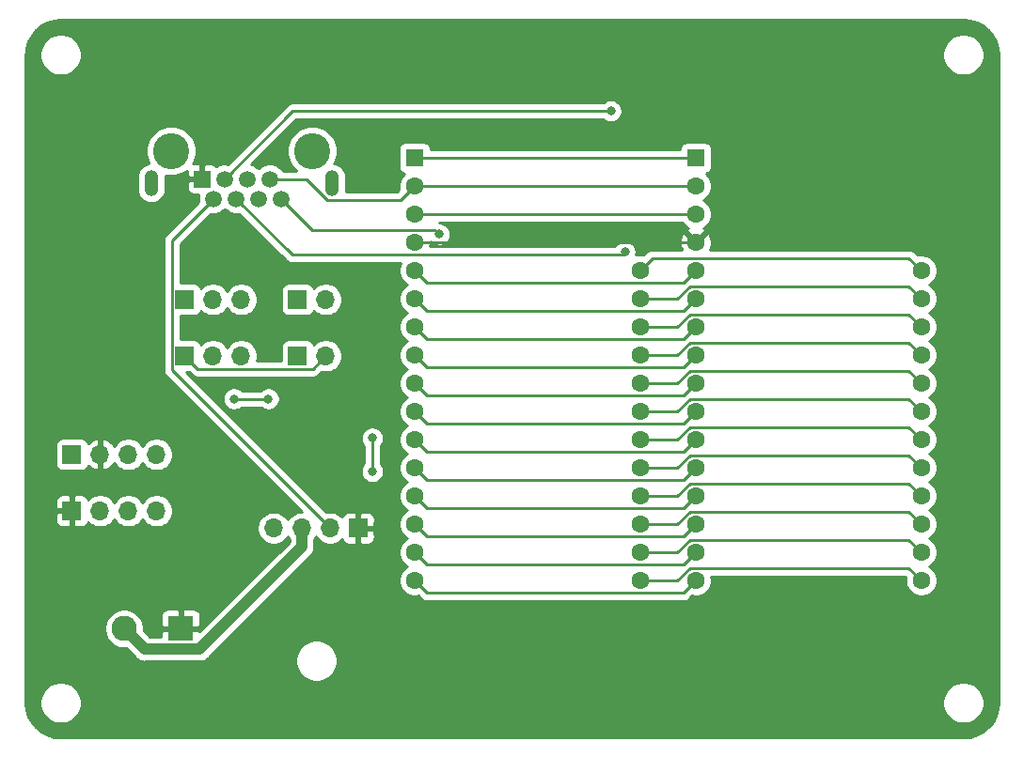
<source format=gbr>
G04 #@! TF.GenerationSoftware,KiCad,Pcbnew,(5.1.9)-1*
G04 #@! TF.CreationDate,2021-03-08T21:25:26-06:00*
G04 #@! TF.ProjectId,ControlInputTest,436f6e74-726f-46c4-996e-707574546573,rev?*
G04 #@! TF.SameCoordinates,Original*
G04 #@! TF.FileFunction,Copper,L2,Bot*
G04 #@! TF.FilePolarity,Positive*
%FSLAX46Y46*%
G04 Gerber Fmt 4.6, Leading zero omitted, Abs format (unit mm)*
G04 Created by KiCad (PCBNEW (5.1.9)-1) date 2021-03-08 21:25:26*
%MOMM*%
%LPD*%
G01*
G04 APERTURE LIST*
G04 #@! TA.AperFunction,ComponentPad*
%ADD10C,1.600000*%
G04 #@! TD*
G04 #@! TA.AperFunction,ComponentPad*
%ADD11R,1.600000X1.600000*%
G04 #@! TD*
G04 #@! TA.AperFunction,ComponentPad*
%ADD12R,1.700000X1.700000*%
G04 #@! TD*
G04 #@! TA.AperFunction,ComponentPad*
%ADD13O,1.700000X1.700000*%
G04 #@! TD*
G04 #@! TA.AperFunction,WasherPad*
%ADD14C,3.250000*%
G04 #@! TD*
G04 #@! TA.AperFunction,ComponentPad*
%ADD15C,1.500000*%
G04 #@! TD*
G04 #@! TA.AperFunction,ComponentPad*
%ADD16R,1.500000X1.500000*%
G04 #@! TD*
G04 #@! TA.AperFunction,ComponentPad*
%ADD17O,1.259000X2.362000*%
G04 #@! TD*
G04 #@! TA.AperFunction,ComponentPad*
%ADD18R,2.286000X2.286000*%
G04 #@! TD*
G04 #@! TA.AperFunction,ComponentPad*
%ADD19C,2.286000*%
G04 #@! TD*
G04 #@! TA.AperFunction,ViaPad*
%ADD20C,0.800000*%
G04 #@! TD*
G04 #@! TA.AperFunction,Conductor*
%ADD21C,0.250000*%
G04 #@! TD*
G04 #@! TA.AperFunction,Conductor*
%ADD22C,1.000000*%
G04 #@! TD*
G04 #@! TA.AperFunction,Conductor*
%ADD23C,0.254000*%
G04 #@! TD*
G04 #@! TA.AperFunction,Conductor*
%ADD24C,0.100000*%
G04 #@! TD*
G04 APERTURE END LIST*
D10*
X141067940Y-135028940D03*
X141067940Y-132488940D03*
X141067940Y-129948940D03*
X141067940Y-127408940D03*
X141067940Y-124868940D03*
X141067940Y-122328940D03*
X141067940Y-119788940D03*
X141067940Y-117248940D03*
X141067940Y-114708940D03*
X141067940Y-112168940D03*
X141067940Y-109628940D03*
X141067940Y-107088940D03*
X141067940Y-104548940D03*
D11*
X141067940Y-102008940D03*
D10*
X161367940Y-140108940D03*
X161367940Y-137568940D03*
X161367940Y-135028940D03*
X161367940Y-132488940D03*
X161367940Y-129948940D03*
X161367940Y-127408940D03*
X161367940Y-124868940D03*
X161367940Y-122328940D03*
X161367940Y-119788940D03*
X161367940Y-117248940D03*
X161367940Y-114708940D03*
X161367940Y-112168940D03*
X141067940Y-137568940D03*
X141067940Y-140108940D03*
D12*
X136000000Y-135400000D03*
D13*
X133460000Y-135400000D03*
X130920000Y-135400000D03*
X128380000Y-135400000D03*
X125460000Y-114790000D03*
X122920000Y-114790000D03*
D12*
X120380000Y-114790000D03*
X120380000Y-119870000D03*
D13*
X122920000Y-119870000D03*
X125460000Y-119870000D03*
D14*
X131848320Y-101389180D03*
X119148320Y-101389180D03*
D15*
X129059020Y-105709180D03*
X128039020Y-103929180D03*
X127029020Y-105709180D03*
X126009020Y-103929180D03*
X124999020Y-105709180D03*
X123979020Y-103929180D03*
X122969020Y-105709180D03*
D16*
X121949020Y-103929180D03*
D17*
X133628320Y-104291130D03*
X117368320Y-104291130D03*
D13*
X117840000Y-133840000D03*
X115300000Y-133840000D03*
X112760000Y-133840000D03*
D12*
X110220000Y-133840000D03*
D18*
X120010000Y-144460000D03*
D19*
X114930000Y-144460000D03*
D12*
X110220000Y-128760000D03*
D13*
X112760000Y-128760000D03*
X115300000Y-128760000D03*
X117840000Y-128760000D03*
X133080000Y-114790000D03*
D12*
X130540000Y-114790000D03*
X130540000Y-119870000D03*
D13*
X133080000Y-119870000D03*
D10*
X166397940Y-135028940D03*
X166397940Y-132488940D03*
X166397940Y-129948940D03*
X166397940Y-127408940D03*
X166397940Y-124868940D03*
X166397940Y-122328940D03*
X166397940Y-119788940D03*
X166397940Y-117248940D03*
X166397940Y-114708940D03*
X166397940Y-112168940D03*
X166397940Y-109628940D03*
X166397940Y-107088940D03*
X166397940Y-104548940D03*
D11*
X166397940Y-102008940D03*
D10*
X186697940Y-140108940D03*
X186697940Y-137568940D03*
X186697940Y-135028940D03*
X186697940Y-132488940D03*
X186697940Y-129948940D03*
X186697940Y-127408940D03*
X186697940Y-124868940D03*
X186697940Y-122328940D03*
X186697940Y-119788940D03*
X186697940Y-117248940D03*
X186697940Y-114708940D03*
X186697940Y-112168940D03*
X166397940Y-137568940D03*
X166397940Y-140108940D03*
D20*
X128270000Y-128270000D03*
X135890000Y-127000000D03*
X127914400Y-123748800D03*
X124815600Y-123748800D03*
X137261600Y-127279400D03*
X137261600Y-130276600D03*
X143292222Y-108903930D03*
X160020000Y-110490000D03*
X158750000Y-97790000D03*
D21*
X185572939Y-116123939D02*
X186697940Y-117248940D01*
X165857939Y-116123939D02*
X185572939Y-116123939D01*
X164732938Y-117248940D02*
X165857939Y-116123939D01*
X161367940Y-117248940D02*
X164732938Y-117248940D01*
X124065198Y-126005198D02*
X133460000Y-135400000D01*
X119204999Y-121144999D02*
X124065198Y-126005198D01*
X119204999Y-109473201D02*
X119204999Y-121144999D01*
X122969020Y-105709180D02*
X119204999Y-109473201D01*
X166397940Y-109628940D02*
X141067940Y-109628940D01*
X141067940Y-104548940D02*
X166397940Y-104548940D01*
X139819740Y-105797140D02*
X141067940Y-104548940D01*
X133232950Y-105797140D02*
X139819740Y-105797140D01*
X131364990Y-103929180D02*
X133232950Y-105797140D01*
X128039020Y-103929180D02*
X131364990Y-103929180D01*
X127914400Y-123748800D02*
X124815600Y-123748800D01*
X137261600Y-127279400D02*
X137261600Y-130276600D01*
D22*
X130920000Y-137096002D02*
X130920000Y-135400000D01*
X121713001Y-146303001D02*
X130920000Y-137096002D01*
X116773001Y-146303001D02*
X121713001Y-146303001D01*
X114930000Y-144460000D02*
X116773001Y-146303001D01*
D21*
X185572939Y-138983939D02*
X186697940Y-140108940D01*
X165857939Y-138983939D02*
X185572939Y-138983939D01*
X164732938Y-140108940D02*
X165857939Y-138983939D01*
X161367940Y-140108940D02*
X164732938Y-140108940D01*
X185572939Y-136443939D02*
X186697940Y-137568940D01*
X165857939Y-136443939D02*
X185572939Y-136443939D01*
X164732938Y-137568940D02*
X165857939Y-136443939D01*
X161367940Y-137568940D02*
X164732938Y-137568940D01*
X165272939Y-115833941D02*
X166397940Y-114708940D01*
X142192941Y-115833941D02*
X165272939Y-115833941D01*
X141067940Y-114708940D02*
X142192941Y-115833941D01*
X121555001Y-121045001D02*
X120380000Y-119870000D01*
X131904999Y-121045001D02*
X121555001Y-121045001D01*
X133080000Y-119870000D02*
X131904999Y-121045001D01*
X165272939Y-113293941D02*
X166397940Y-112168940D01*
X142192941Y-113293941D02*
X165272939Y-113293941D01*
X141067940Y-112168940D02*
X142192941Y-113293941D01*
X165272939Y-136153941D02*
X166397940Y-135028940D01*
X142192941Y-136153941D02*
X165272939Y-136153941D01*
X141067940Y-135028940D02*
X142192941Y-136153941D01*
X131853779Y-108503939D02*
X142892231Y-108503939D01*
X129059020Y-105709180D02*
X131853779Y-108503939D01*
X142892231Y-108503939D02*
X143292222Y-108903930D01*
X165272939Y-125993941D02*
X166397940Y-124868940D01*
X142192941Y-125993941D02*
X165272939Y-125993941D01*
X141067940Y-124868940D02*
X142192941Y-125993941D01*
X165272939Y-123453941D02*
X166397940Y-122328940D01*
X142192941Y-123453941D02*
X165272939Y-123453941D01*
X141067940Y-122328940D02*
X142192941Y-123453941D01*
X185572939Y-118663939D02*
X186697940Y-119788940D01*
X165857939Y-118663939D02*
X185572939Y-118663939D01*
X164732938Y-119788940D02*
X165857939Y-118663939D01*
X161367940Y-119788940D02*
X164732938Y-119788940D01*
X159756059Y-110753941D02*
X160020000Y-110490000D01*
X130043781Y-110753941D02*
X159756059Y-110753941D01*
X124999020Y-105709180D02*
X130043781Y-110753941D01*
X185572939Y-121203939D02*
X186697940Y-122328940D01*
X165857939Y-121203939D02*
X185572939Y-121203939D01*
X164732938Y-122328940D02*
X165857939Y-121203939D01*
X161367940Y-122328940D02*
X164732938Y-122328940D01*
X130118200Y-97790000D02*
X158750000Y-97790000D01*
X123979020Y-103929180D02*
X130118200Y-97790000D01*
X165272939Y-133613941D02*
X166397940Y-132488940D01*
X142192941Y-133613941D02*
X165272939Y-133613941D01*
X141067940Y-132488940D02*
X142192941Y-133613941D01*
X142192941Y-131073941D02*
X165272939Y-131073941D01*
X165272939Y-131073941D02*
X166397940Y-129948940D01*
X141067940Y-129948940D02*
X142192941Y-131073941D01*
X165272939Y-128533941D02*
X166397940Y-127408940D01*
X142192941Y-128533941D02*
X165272939Y-128533941D01*
X141067940Y-127408940D02*
X142192941Y-128533941D01*
X165272939Y-120913941D02*
X166397940Y-119788940D01*
X142192941Y-120913941D02*
X165272939Y-120913941D01*
X141067940Y-119788940D02*
X142192941Y-120913941D01*
X165272939Y-118373941D02*
X166397940Y-117248940D01*
X142192941Y-118373941D02*
X165272939Y-118373941D01*
X141067940Y-117248940D02*
X142192941Y-118373941D01*
X141067940Y-107088940D02*
X166397940Y-107088940D01*
X141067940Y-102008940D02*
X166397940Y-102008940D01*
X185572939Y-133903939D02*
X186697940Y-135028940D01*
X165857939Y-133903939D02*
X185572939Y-133903939D01*
X164732938Y-135028940D02*
X165857939Y-133903939D01*
X161367940Y-135028940D02*
X164732938Y-135028940D01*
X185572939Y-131363939D02*
X186697940Y-132488940D01*
X165857939Y-131363939D02*
X185572939Y-131363939D01*
X164732938Y-132488940D02*
X165857939Y-131363939D01*
X161367940Y-132488940D02*
X164732938Y-132488940D01*
X185572939Y-128823939D02*
X186697940Y-129948940D01*
X165857939Y-128823939D02*
X185572939Y-128823939D01*
X164732938Y-129948940D02*
X165857939Y-128823939D01*
X161367940Y-129948940D02*
X164732938Y-129948940D01*
X185572939Y-126283939D02*
X186697940Y-127408940D01*
X165857939Y-126283939D02*
X185572939Y-126283939D01*
X164732938Y-127408940D02*
X165857939Y-126283939D01*
X161367940Y-127408940D02*
X164732938Y-127408940D01*
X185572939Y-123743939D02*
X186697940Y-124868940D01*
X165857939Y-123743939D02*
X185572939Y-123743939D01*
X164732938Y-124868940D02*
X165857939Y-123743939D01*
X161367940Y-124868940D02*
X164732938Y-124868940D01*
X185572939Y-113583939D02*
X186697940Y-114708940D01*
X165857939Y-113583939D02*
X185572939Y-113583939D01*
X164732938Y-114708940D02*
X165857939Y-113583939D01*
X161367940Y-114708940D02*
X164732938Y-114708940D01*
X185572939Y-111043939D02*
X186697940Y-112168940D01*
X162492941Y-111043939D02*
X185572939Y-111043939D01*
X161367940Y-112168940D02*
X162492941Y-111043939D01*
X165272939Y-138693941D02*
X166397940Y-137568940D01*
X142192941Y-138693941D02*
X165272939Y-138693941D01*
X141067940Y-137568940D02*
X142192941Y-138693941D01*
X165272939Y-141233941D02*
X166397940Y-140108940D01*
X142192941Y-141233941D02*
X165272939Y-141233941D01*
X141067940Y-140108940D02*
X142192941Y-141233941D01*
D23*
X191111222Y-89623096D02*
X191699164Y-89800606D01*
X192241436Y-90088937D01*
X192717364Y-90477094D01*
X193108845Y-90950314D01*
X193400951Y-91490552D01*
X193582563Y-92077244D01*
X193650001Y-92718888D01*
X193650000Y-151097721D01*
X193586904Y-151741221D01*
X193409394Y-152329164D01*
X193121063Y-152871436D01*
X192732906Y-153347364D01*
X192259686Y-153738845D01*
X191719449Y-154030950D01*
X191132756Y-154212563D01*
X190491130Y-154280000D01*
X109252279Y-154280000D01*
X108608779Y-154216904D01*
X108020836Y-154039394D01*
X107478564Y-153751063D01*
X107002636Y-153362906D01*
X106611155Y-152889686D01*
X106319050Y-152349449D01*
X106137437Y-151762756D01*
X106070000Y-151121130D01*
X106070000Y-150944344D01*
X107335000Y-150944344D01*
X107335000Y-151315656D01*
X107407439Y-151679834D01*
X107549534Y-152022882D01*
X107755825Y-152331618D01*
X108018382Y-152594175D01*
X108327118Y-152800466D01*
X108670166Y-152942561D01*
X109034344Y-153015000D01*
X109405656Y-153015000D01*
X109769834Y-152942561D01*
X110112882Y-152800466D01*
X110421618Y-152594175D01*
X110684175Y-152331618D01*
X110890466Y-152022882D01*
X111032561Y-151679834D01*
X111105000Y-151315656D01*
X111105000Y-150944344D01*
X188615000Y-150944344D01*
X188615000Y-151315656D01*
X188687439Y-151679834D01*
X188829534Y-152022882D01*
X189035825Y-152331618D01*
X189298382Y-152594175D01*
X189607118Y-152800466D01*
X189950166Y-152942561D01*
X190314344Y-153015000D01*
X190685656Y-153015000D01*
X191049834Y-152942561D01*
X191392882Y-152800466D01*
X191701618Y-152594175D01*
X191964175Y-152331618D01*
X192170466Y-152022882D01*
X192312561Y-151679834D01*
X192385000Y-151315656D01*
X192385000Y-150944344D01*
X192312561Y-150580166D01*
X192170466Y-150237118D01*
X191964175Y-149928382D01*
X191701618Y-149665825D01*
X191392882Y-149459534D01*
X191049834Y-149317439D01*
X190685656Y-149245000D01*
X190314344Y-149245000D01*
X189950166Y-149317439D01*
X189607118Y-149459534D01*
X189298382Y-149665825D01*
X189035825Y-149928382D01*
X188829534Y-150237118D01*
X188687439Y-150580166D01*
X188615000Y-150944344D01*
X111105000Y-150944344D01*
X111032561Y-150580166D01*
X110890466Y-150237118D01*
X110684175Y-149928382D01*
X110421618Y-149665825D01*
X110112882Y-149459534D01*
X109769834Y-149317439D01*
X109405656Y-149245000D01*
X109034344Y-149245000D01*
X108670166Y-149317439D01*
X108327118Y-149459534D01*
X108018382Y-149665825D01*
X107755825Y-149928382D01*
X107549534Y-150237118D01*
X107407439Y-150580166D01*
X107335000Y-150944344D01*
X106070000Y-150944344D01*
X106070000Y-144284882D01*
X113152000Y-144284882D01*
X113152000Y-144635118D01*
X113220328Y-144978623D01*
X113354357Y-145302199D01*
X113548937Y-145593409D01*
X113796591Y-145841063D01*
X114087801Y-146035643D01*
X114411377Y-146169672D01*
X114754882Y-146238000D01*
X115102868Y-146238000D01*
X115931010Y-147066141D01*
X115966552Y-147109450D01*
X116139378Y-147251285D01*
X116336554Y-147356677D01*
X116550502Y-147421578D01*
X116773000Y-147443492D01*
X116828752Y-147438001D01*
X121657250Y-147438001D01*
X121713001Y-147443492D01*
X121768752Y-147438001D01*
X121768753Y-147438001D01*
X121935500Y-147421578D01*
X122149448Y-147356677D01*
X122346624Y-147251285D01*
X122441595Y-147173344D01*
X130343100Y-147173344D01*
X130343100Y-147544656D01*
X130415539Y-147908834D01*
X130557634Y-148251882D01*
X130763925Y-148560618D01*
X131026482Y-148823175D01*
X131335218Y-149029466D01*
X131678266Y-149171561D01*
X132042444Y-149244000D01*
X132413756Y-149244000D01*
X132777934Y-149171561D01*
X133120982Y-149029466D01*
X133429718Y-148823175D01*
X133692275Y-148560618D01*
X133898566Y-148251882D01*
X134040661Y-147908834D01*
X134113100Y-147544656D01*
X134113100Y-147173344D01*
X134040661Y-146809166D01*
X133898566Y-146466118D01*
X133692275Y-146157382D01*
X133429718Y-145894825D01*
X133120982Y-145688534D01*
X132777934Y-145546439D01*
X132413756Y-145474000D01*
X132042444Y-145474000D01*
X131678266Y-145546439D01*
X131335218Y-145688534D01*
X131026482Y-145894825D01*
X130763925Y-146157382D01*
X130557634Y-146466118D01*
X130415539Y-146809166D01*
X130343100Y-147173344D01*
X122441595Y-147173344D01*
X122519450Y-147109450D01*
X122554997Y-147066136D01*
X131683141Y-137937993D01*
X131726449Y-137902451D01*
X131868284Y-137729625D01*
X131973676Y-137532449D01*
X132038577Y-137318501D01*
X132055000Y-137151754D01*
X132055000Y-137151753D01*
X132060491Y-137096002D01*
X132055000Y-137040250D01*
X132055000Y-136365107D01*
X132073475Y-136346632D01*
X132190000Y-136172240D01*
X132306525Y-136346632D01*
X132513368Y-136553475D01*
X132756589Y-136715990D01*
X133026842Y-136827932D01*
X133313740Y-136885000D01*
X133606260Y-136885000D01*
X133893158Y-136827932D01*
X134163411Y-136715990D01*
X134406632Y-136553475D01*
X134538487Y-136421620D01*
X134560498Y-136494180D01*
X134619463Y-136604494D01*
X134698815Y-136701185D01*
X134795506Y-136780537D01*
X134905820Y-136839502D01*
X135025518Y-136875812D01*
X135150000Y-136888072D01*
X135714250Y-136885000D01*
X135873000Y-136726250D01*
X135873000Y-135527000D01*
X136127000Y-135527000D01*
X136127000Y-136726250D01*
X136285750Y-136885000D01*
X136850000Y-136888072D01*
X136974482Y-136875812D01*
X137094180Y-136839502D01*
X137204494Y-136780537D01*
X137301185Y-136701185D01*
X137380537Y-136604494D01*
X137439502Y-136494180D01*
X137475812Y-136374482D01*
X137488072Y-136250000D01*
X137485000Y-135685750D01*
X137326250Y-135527000D01*
X136127000Y-135527000D01*
X135873000Y-135527000D01*
X135853000Y-135527000D01*
X135853000Y-135273000D01*
X135873000Y-135273000D01*
X135873000Y-134073750D01*
X136127000Y-134073750D01*
X136127000Y-135273000D01*
X137326250Y-135273000D01*
X137485000Y-135114250D01*
X137488072Y-134550000D01*
X137475812Y-134425518D01*
X137439502Y-134305820D01*
X137380537Y-134195506D01*
X137301185Y-134098815D01*
X137204494Y-134019463D01*
X137094180Y-133960498D01*
X136974482Y-133924188D01*
X136850000Y-133911928D01*
X136285750Y-133915000D01*
X136127000Y-134073750D01*
X135873000Y-134073750D01*
X135714250Y-133915000D01*
X135150000Y-133911928D01*
X135025518Y-133924188D01*
X134905820Y-133960498D01*
X134795506Y-134019463D01*
X134698815Y-134098815D01*
X134619463Y-134195506D01*
X134560498Y-134305820D01*
X134538487Y-134378380D01*
X134406632Y-134246525D01*
X134163411Y-134084010D01*
X133893158Y-133972068D01*
X133606260Y-133915000D01*
X133313740Y-133915000D01*
X133093593Y-133958790D01*
X126312263Y-127177461D01*
X136226600Y-127177461D01*
X136226600Y-127381339D01*
X136266374Y-127581298D01*
X136344395Y-127769656D01*
X136457663Y-127939174D01*
X136501600Y-127983111D01*
X136501601Y-129572888D01*
X136457663Y-129616826D01*
X136344395Y-129786344D01*
X136266374Y-129974702D01*
X136226600Y-130174661D01*
X136226600Y-130378539D01*
X136266374Y-130578498D01*
X136344395Y-130766856D01*
X136457663Y-130936374D01*
X136601826Y-131080537D01*
X136771344Y-131193805D01*
X136959702Y-131271826D01*
X137159661Y-131311600D01*
X137363539Y-131311600D01*
X137563498Y-131271826D01*
X137751856Y-131193805D01*
X137921374Y-131080537D01*
X138065537Y-130936374D01*
X138178805Y-130766856D01*
X138256826Y-130578498D01*
X138296600Y-130378539D01*
X138296600Y-130174661D01*
X138256826Y-129974702D01*
X138178805Y-129786344D01*
X138065537Y-129616826D01*
X138021600Y-129572889D01*
X138021600Y-127983111D01*
X138065537Y-127939174D01*
X138178805Y-127769656D01*
X138256826Y-127581298D01*
X138296600Y-127381339D01*
X138296600Y-127177461D01*
X138256826Y-126977502D01*
X138178805Y-126789144D01*
X138065537Y-126619626D01*
X137921374Y-126475463D01*
X137751856Y-126362195D01*
X137563498Y-126284174D01*
X137363539Y-126244400D01*
X137159661Y-126244400D01*
X136959702Y-126284174D01*
X136771344Y-126362195D01*
X136601826Y-126475463D01*
X136457663Y-126619626D01*
X136344395Y-126789144D01*
X136266374Y-126977502D01*
X136226600Y-127177461D01*
X126312263Y-127177461D01*
X124629002Y-125494201D01*
X124628997Y-125494195D01*
X122781663Y-123646861D01*
X123780600Y-123646861D01*
X123780600Y-123850739D01*
X123820374Y-124050698D01*
X123898395Y-124239056D01*
X124011663Y-124408574D01*
X124155826Y-124552737D01*
X124325344Y-124666005D01*
X124513702Y-124744026D01*
X124713661Y-124783800D01*
X124917539Y-124783800D01*
X125117498Y-124744026D01*
X125305856Y-124666005D01*
X125475374Y-124552737D01*
X125519311Y-124508800D01*
X127210689Y-124508800D01*
X127254626Y-124552737D01*
X127424144Y-124666005D01*
X127612502Y-124744026D01*
X127812461Y-124783800D01*
X128016339Y-124783800D01*
X128216298Y-124744026D01*
X128404656Y-124666005D01*
X128574174Y-124552737D01*
X128718337Y-124408574D01*
X128831605Y-124239056D01*
X128909626Y-124050698D01*
X128949400Y-123850739D01*
X128949400Y-123646861D01*
X128909626Y-123446902D01*
X128831605Y-123258544D01*
X128718337Y-123089026D01*
X128574174Y-122944863D01*
X128404656Y-122831595D01*
X128216298Y-122753574D01*
X128016339Y-122713800D01*
X127812461Y-122713800D01*
X127612502Y-122753574D01*
X127424144Y-122831595D01*
X127254626Y-122944863D01*
X127210689Y-122988800D01*
X125519311Y-122988800D01*
X125475374Y-122944863D01*
X125305856Y-122831595D01*
X125117498Y-122753574D01*
X124917539Y-122713800D01*
X124713661Y-122713800D01*
X124513702Y-122753574D01*
X124325344Y-122831595D01*
X124155826Y-122944863D01*
X124011663Y-123089026D01*
X123898395Y-123258544D01*
X123820374Y-123446902D01*
X123780600Y-123646861D01*
X122781663Y-123646861D01*
X120492873Y-121358072D01*
X120793270Y-121358072D01*
X120991202Y-121556004D01*
X121015000Y-121585002D01*
X121130725Y-121679975D01*
X121262754Y-121750547D01*
X121406015Y-121794004D01*
X121517668Y-121805001D01*
X121517677Y-121805001D01*
X121555000Y-121808677D01*
X121592323Y-121805001D01*
X131867677Y-121805001D01*
X131904999Y-121808677D01*
X131942321Y-121805001D01*
X131942332Y-121805001D01*
X132053985Y-121794004D01*
X132197246Y-121750547D01*
X132329275Y-121679975D01*
X132445000Y-121585002D01*
X132468803Y-121555998D01*
X132713592Y-121311209D01*
X132933740Y-121355000D01*
X133226260Y-121355000D01*
X133513158Y-121297932D01*
X133783411Y-121185990D01*
X134026632Y-121023475D01*
X134233475Y-120816632D01*
X134395990Y-120573411D01*
X134507932Y-120303158D01*
X134565000Y-120016260D01*
X134565000Y-119723740D01*
X134507932Y-119436842D01*
X134395990Y-119166589D01*
X134233475Y-118923368D01*
X134026632Y-118716525D01*
X133783411Y-118554010D01*
X133513158Y-118442068D01*
X133226260Y-118385000D01*
X132933740Y-118385000D01*
X132646842Y-118442068D01*
X132376589Y-118554010D01*
X132133368Y-118716525D01*
X132001513Y-118848380D01*
X131979502Y-118775820D01*
X131920537Y-118665506D01*
X131841185Y-118568815D01*
X131744494Y-118489463D01*
X131634180Y-118430498D01*
X131514482Y-118394188D01*
X131390000Y-118381928D01*
X129690000Y-118381928D01*
X129565518Y-118394188D01*
X129445820Y-118430498D01*
X129335506Y-118489463D01*
X129238815Y-118568815D01*
X129159463Y-118665506D01*
X129100498Y-118775820D01*
X129064188Y-118895518D01*
X129051928Y-119020000D01*
X129051928Y-120285001D01*
X126891544Y-120285001D01*
X126945000Y-120016260D01*
X126945000Y-119723740D01*
X126887932Y-119436842D01*
X126775990Y-119166589D01*
X126613475Y-118923368D01*
X126406632Y-118716525D01*
X126163411Y-118554010D01*
X125893158Y-118442068D01*
X125606260Y-118385000D01*
X125313740Y-118385000D01*
X125026842Y-118442068D01*
X124756589Y-118554010D01*
X124513368Y-118716525D01*
X124306525Y-118923368D01*
X124190000Y-119097760D01*
X124073475Y-118923368D01*
X123866632Y-118716525D01*
X123623411Y-118554010D01*
X123353158Y-118442068D01*
X123066260Y-118385000D01*
X122773740Y-118385000D01*
X122486842Y-118442068D01*
X122216589Y-118554010D01*
X121973368Y-118716525D01*
X121841513Y-118848380D01*
X121819502Y-118775820D01*
X121760537Y-118665506D01*
X121681185Y-118568815D01*
X121584494Y-118489463D01*
X121474180Y-118430498D01*
X121354482Y-118394188D01*
X121230000Y-118381928D01*
X119964999Y-118381928D01*
X119964999Y-116278072D01*
X121230000Y-116278072D01*
X121354482Y-116265812D01*
X121474180Y-116229502D01*
X121584494Y-116170537D01*
X121681185Y-116091185D01*
X121760537Y-115994494D01*
X121819502Y-115884180D01*
X121841513Y-115811620D01*
X121973368Y-115943475D01*
X122216589Y-116105990D01*
X122486842Y-116217932D01*
X122773740Y-116275000D01*
X123066260Y-116275000D01*
X123353158Y-116217932D01*
X123623411Y-116105990D01*
X123866632Y-115943475D01*
X124073475Y-115736632D01*
X124190000Y-115562240D01*
X124306525Y-115736632D01*
X124513368Y-115943475D01*
X124756589Y-116105990D01*
X125026842Y-116217932D01*
X125313740Y-116275000D01*
X125606260Y-116275000D01*
X125893158Y-116217932D01*
X126163411Y-116105990D01*
X126406632Y-115943475D01*
X126613475Y-115736632D01*
X126775990Y-115493411D01*
X126887932Y-115223158D01*
X126945000Y-114936260D01*
X126945000Y-114643740D01*
X126887932Y-114356842D01*
X126775990Y-114086589D01*
X126678043Y-113940000D01*
X129051928Y-113940000D01*
X129051928Y-115640000D01*
X129064188Y-115764482D01*
X129100498Y-115884180D01*
X129159463Y-115994494D01*
X129238815Y-116091185D01*
X129335506Y-116170537D01*
X129445820Y-116229502D01*
X129565518Y-116265812D01*
X129690000Y-116278072D01*
X131390000Y-116278072D01*
X131514482Y-116265812D01*
X131634180Y-116229502D01*
X131744494Y-116170537D01*
X131841185Y-116091185D01*
X131920537Y-115994494D01*
X131979502Y-115884180D01*
X132001513Y-115811620D01*
X132133368Y-115943475D01*
X132376589Y-116105990D01*
X132646842Y-116217932D01*
X132933740Y-116275000D01*
X133226260Y-116275000D01*
X133513158Y-116217932D01*
X133783411Y-116105990D01*
X134026632Y-115943475D01*
X134233475Y-115736632D01*
X134395990Y-115493411D01*
X134507932Y-115223158D01*
X134565000Y-114936260D01*
X134565000Y-114643740D01*
X134507932Y-114356842D01*
X134395990Y-114086589D01*
X134233475Y-113843368D01*
X134026632Y-113636525D01*
X133783411Y-113474010D01*
X133513158Y-113362068D01*
X133226260Y-113305000D01*
X132933740Y-113305000D01*
X132646842Y-113362068D01*
X132376589Y-113474010D01*
X132133368Y-113636525D01*
X132001513Y-113768380D01*
X131979502Y-113695820D01*
X131920537Y-113585506D01*
X131841185Y-113488815D01*
X131744494Y-113409463D01*
X131634180Y-113350498D01*
X131514482Y-113314188D01*
X131390000Y-113301928D01*
X129690000Y-113301928D01*
X129565518Y-113314188D01*
X129445820Y-113350498D01*
X129335506Y-113409463D01*
X129238815Y-113488815D01*
X129159463Y-113585506D01*
X129100498Y-113695820D01*
X129064188Y-113815518D01*
X129051928Y-113940000D01*
X126678043Y-113940000D01*
X126613475Y-113843368D01*
X126406632Y-113636525D01*
X126163411Y-113474010D01*
X125893158Y-113362068D01*
X125606260Y-113305000D01*
X125313740Y-113305000D01*
X125026842Y-113362068D01*
X124756589Y-113474010D01*
X124513368Y-113636525D01*
X124306525Y-113843368D01*
X124190000Y-114017760D01*
X124073475Y-113843368D01*
X123866632Y-113636525D01*
X123623411Y-113474010D01*
X123353158Y-113362068D01*
X123066260Y-113305000D01*
X122773740Y-113305000D01*
X122486842Y-113362068D01*
X122216589Y-113474010D01*
X121973368Y-113636525D01*
X121841513Y-113768380D01*
X121819502Y-113695820D01*
X121760537Y-113585506D01*
X121681185Y-113488815D01*
X121584494Y-113409463D01*
X121474180Y-113350498D01*
X121354482Y-113314188D01*
X121230000Y-113301928D01*
X119964999Y-113301928D01*
X119964999Y-109788002D01*
X122687655Y-107065347D01*
X122832609Y-107094180D01*
X123105431Y-107094180D01*
X123373009Y-107040955D01*
X123625063Y-106936551D01*
X123851906Y-106784979D01*
X123984020Y-106652865D01*
X124116134Y-106784979D01*
X124342977Y-106936551D01*
X124595031Y-107040955D01*
X124862609Y-107094180D01*
X125135431Y-107094180D01*
X125280385Y-107065347D01*
X129479986Y-111264949D01*
X129503780Y-111293942D01*
X129532773Y-111317736D01*
X129532777Y-111317740D01*
X129555253Y-111336185D01*
X129619505Y-111388915D01*
X129751534Y-111459487D01*
X129894795Y-111502944D01*
X130006448Y-111513941D01*
X130006457Y-111513941D01*
X130043780Y-111517617D01*
X130081103Y-111513941D01*
X139786017Y-111513941D01*
X139688087Y-111750366D01*
X139632940Y-112027605D01*
X139632940Y-112310275D01*
X139688087Y-112587514D01*
X139796260Y-112848667D01*
X139953303Y-113083699D01*
X140153181Y-113283577D01*
X140385699Y-113438940D01*
X140153181Y-113594303D01*
X139953303Y-113794181D01*
X139796260Y-114029213D01*
X139688087Y-114290366D01*
X139632940Y-114567605D01*
X139632940Y-114850275D01*
X139688087Y-115127514D01*
X139796260Y-115388667D01*
X139953303Y-115623699D01*
X140153181Y-115823577D01*
X140385699Y-115978940D01*
X140153181Y-116134303D01*
X139953303Y-116334181D01*
X139796260Y-116569213D01*
X139688087Y-116830366D01*
X139632940Y-117107605D01*
X139632940Y-117390275D01*
X139688087Y-117667514D01*
X139796260Y-117928667D01*
X139953303Y-118163699D01*
X140153181Y-118363577D01*
X140385699Y-118518940D01*
X140153181Y-118674303D01*
X139953303Y-118874181D01*
X139796260Y-119109213D01*
X139688087Y-119370366D01*
X139632940Y-119647605D01*
X139632940Y-119930275D01*
X139688087Y-120207514D01*
X139796260Y-120468667D01*
X139953303Y-120703699D01*
X140153181Y-120903577D01*
X140385699Y-121058940D01*
X140153181Y-121214303D01*
X139953303Y-121414181D01*
X139796260Y-121649213D01*
X139688087Y-121910366D01*
X139632940Y-122187605D01*
X139632940Y-122470275D01*
X139688087Y-122747514D01*
X139796260Y-123008667D01*
X139953303Y-123243699D01*
X140153181Y-123443577D01*
X140385699Y-123598940D01*
X140153181Y-123754303D01*
X139953303Y-123954181D01*
X139796260Y-124189213D01*
X139688087Y-124450366D01*
X139632940Y-124727605D01*
X139632940Y-125010275D01*
X139688087Y-125287514D01*
X139796260Y-125548667D01*
X139953303Y-125783699D01*
X140153181Y-125983577D01*
X140385699Y-126138940D01*
X140153181Y-126294303D01*
X139953303Y-126494181D01*
X139796260Y-126729213D01*
X139688087Y-126990366D01*
X139632940Y-127267605D01*
X139632940Y-127550275D01*
X139688087Y-127827514D01*
X139796260Y-128088667D01*
X139953303Y-128323699D01*
X140153181Y-128523577D01*
X140385699Y-128678940D01*
X140153181Y-128834303D01*
X139953303Y-129034181D01*
X139796260Y-129269213D01*
X139688087Y-129530366D01*
X139632940Y-129807605D01*
X139632940Y-130090275D01*
X139688087Y-130367514D01*
X139796260Y-130628667D01*
X139953303Y-130863699D01*
X140153181Y-131063577D01*
X140385699Y-131218940D01*
X140153181Y-131374303D01*
X139953303Y-131574181D01*
X139796260Y-131809213D01*
X139688087Y-132070366D01*
X139632940Y-132347605D01*
X139632940Y-132630275D01*
X139688087Y-132907514D01*
X139796260Y-133168667D01*
X139953303Y-133403699D01*
X140153181Y-133603577D01*
X140385699Y-133758940D01*
X140153181Y-133914303D01*
X139953303Y-134114181D01*
X139796260Y-134349213D01*
X139688087Y-134610366D01*
X139632940Y-134887605D01*
X139632940Y-135170275D01*
X139688087Y-135447514D01*
X139796260Y-135708667D01*
X139953303Y-135943699D01*
X140153181Y-136143577D01*
X140385699Y-136298940D01*
X140153181Y-136454303D01*
X139953303Y-136654181D01*
X139796260Y-136889213D01*
X139688087Y-137150366D01*
X139632940Y-137427605D01*
X139632940Y-137710275D01*
X139688087Y-137987514D01*
X139796260Y-138248667D01*
X139953303Y-138483699D01*
X140153181Y-138683577D01*
X140385699Y-138838940D01*
X140153181Y-138994303D01*
X139953303Y-139194181D01*
X139796260Y-139429213D01*
X139688087Y-139690366D01*
X139632940Y-139967605D01*
X139632940Y-140250275D01*
X139688087Y-140527514D01*
X139796260Y-140788667D01*
X139953303Y-141023699D01*
X140153181Y-141223577D01*
X140388213Y-141380620D01*
X140649366Y-141488793D01*
X140926605Y-141543940D01*
X141209275Y-141543940D01*
X141391826Y-141507628D01*
X141629142Y-141744944D01*
X141652940Y-141773942D01*
X141768665Y-141868915D01*
X141900694Y-141939487D01*
X142043955Y-141982944D01*
X142155608Y-141993941D01*
X142155616Y-141993941D01*
X142192941Y-141997617D01*
X142230266Y-141993941D01*
X165235617Y-141993941D01*
X165272939Y-141997617D01*
X165310261Y-141993941D01*
X165310272Y-141993941D01*
X165421925Y-141982944D01*
X165565186Y-141939487D01*
X165697215Y-141868915D01*
X165812940Y-141773942D01*
X165836743Y-141744939D01*
X166074053Y-141507628D01*
X166256605Y-141543940D01*
X166539275Y-141543940D01*
X166816514Y-141488793D01*
X167077667Y-141380620D01*
X167312699Y-141223577D01*
X167512577Y-141023699D01*
X167669620Y-140788667D01*
X167777793Y-140527514D01*
X167832940Y-140250275D01*
X167832940Y-139967605D01*
X167788449Y-139743939D01*
X185258138Y-139743939D01*
X185299252Y-139785053D01*
X185262940Y-139967605D01*
X185262940Y-140250275D01*
X185318087Y-140527514D01*
X185426260Y-140788667D01*
X185583303Y-141023699D01*
X185783181Y-141223577D01*
X186018213Y-141380620D01*
X186279366Y-141488793D01*
X186556605Y-141543940D01*
X186839275Y-141543940D01*
X187116514Y-141488793D01*
X187377667Y-141380620D01*
X187612699Y-141223577D01*
X187812577Y-141023699D01*
X187969620Y-140788667D01*
X188077793Y-140527514D01*
X188132940Y-140250275D01*
X188132940Y-139967605D01*
X188077793Y-139690366D01*
X187969620Y-139429213D01*
X187812577Y-139194181D01*
X187612699Y-138994303D01*
X187380181Y-138838940D01*
X187612699Y-138683577D01*
X187812577Y-138483699D01*
X187969620Y-138248667D01*
X188077793Y-137987514D01*
X188132940Y-137710275D01*
X188132940Y-137427605D01*
X188077793Y-137150366D01*
X187969620Y-136889213D01*
X187812577Y-136654181D01*
X187612699Y-136454303D01*
X187380181Y-136298940D01*
X187612699Y-136143577D01*
X187812577Y-135943699D01*
X187969620Y-135708667D01*
X188077793Y-135447514D01*
X188132940Y-135170275D01*
X188132940Y-134887605D01*
X188077793Y-134610366D01*
X187969620Y-134349213D01*
X187812577Y-134114181D01*
X187612699Y-133914303D01*
X187380181Y-133758940D01*
X187612699Y-133603577D01*
X187812577Y-133403699D01*
X187969620Y-133168667D01*
X188077793Y-132907514D01*
X188132940Y-132630275D01*
X188132940Y-132347605D01*
X188077793Y-132070366D01*
X187969620Y-131809213D01*
X187812577Y-131574181D01*
X187612699Y-131374303D01*
X187380181Y-131218940D01*
X187612699Y-131063577D01*
X187812577Y-130863699D01*
X187969620Y-130628667D01*
X188077793Y-130367514D01*
X188132940Y-130090275D01*
X188132940Y-129807605D01*
X188077793Y-129530366D01*
X187969620Y-129269213D01*
X187812577Y-129034181D01*
X187612699Y-128834303D01*
X187380181Y-128678940D01*
X187612699Y-128523577D01*
X187812577Y-128323699D01*
X187969620Y-128088667D01*
X188077793Y-127827514D01*
X188132940Y-127550275D01*
X188132940Y-127267605D01*
X188077793Y-126990366D01*
X187969620Y-126729213D01*
X187812577Y-126494181D01*
X187612699Y-126294303D01*
X187380181Y-126138940D01*
X187612699Y-125983577D01*
X187812577Y-125783699D01*
X187969620Y-125548667D01*
X188077793Y-125287514D01*
X188132940Y-125010275D01*
X188132940Y-124727605D01*
X188077793Y-124450366D01*
X187969620Y-124189213D01*
X187812577Y-123954181D01*
X187612699Y-123754303D01*
X187380181Y-123598940D01*
X187612699Y-123443577D01*
X187812577Y-123243699D01*
X187969620Y-123008667D01*
X188077793Y-122747514D01*
X188132940Y-122470275D01*
X188132940Y-122187605D01*
X188077793Y-121910366D01*
X187969620Y-121649213D01*
X187812577Y-121414181D01*
X187612699Y-121214303D01*
X187380181Y-121058940D01*
X187612699Y-120903577D01*
X187812577Y-120703699D01*
X187969620Y-120468667D01*
X188077793Y-120207514D01*
X188132940Y-119930275D01*
X188132940Y-119647605D01*
X188077793Y-119370366D01*
X187969620Y-119109213D01*
X187812577Y-118874181D01*
X187612699Y-118674303D01*
X187380181Y-118518940D01*
X187612699Y-118363577D01*
X187812577Y-118163699D01*
X187969620Y-117928667D01*
X188077793Y-117667514D01*
X188132940Y-117390275D01*
X188132940Y-117107605D01*
X188077793Y-116830366D01*
X187969620Y-116569213D01*
X187812577Y-116334181D01*
X187612699Y-116134303D01*
X187380181Y-115978940D01*
X187612699Y-115823577D01*
X187812577Y-115623699D01*
X187969620Y-115388667D01*
X188077793Y-115127514D01*
X188132940Y-114850275D01*
X188132940Y-114567605D01*
X188077793Y-114290366D01*
X187969620Y-114029213D01*
X187812577Y-113794181D01*
X187612699Y-113594303D01*
X187380181Y-113438940D01*
X187612699Y-113283577D01*
X187812577Y-113083699D01*
X187969620Y-112848667D01*
X188077793Y-112587514D01*
X188132940Y-112310275D01*
X188132940Y-112027605D01*
X188077793Y-111750366D01*
X187969620Y-111489213D01*
X187812577Y-111254181D01*
X187612699Y-111054303D01*
X187377667Y-110897260D01*
X187116514Y-110789087D01*
X186839275Y-110733940D01*
X186556605Y-110733940D01*
X186374053Y-110770252D01*
X186136743Y-110532941D01*
X186112940Y-110503938D01*
X185997215Y-110408965D01*
X185865186Y-110338393D01*
X185721925Y-110294936D01*
X185610272Y-110283939D01*
X185610261Y-110283939D01*
X185572939Y-110280263D01*
X185535617Y-110283939D01*
X167675547Y-110283939D01*
X167755511Y-110114944D01*
X167824240Y-109840756D01*
X167838157Y-109558428D01*
X167796727Y-109278810D01*
X167701543Y-109012648D01*
X167634611Y-108887426D01*
X167390642Y-108815843D01*
X166577545Y-109628940D01*
X166591688Y-109643083D01*
X166412083Y-109822688D01*
X166397940Y-109808545D01*
X166383798Y-109822688D01*
X166204193Y-109643083D01*
X166218335Y-109628940D01*
X165405238Y-108815843D01*
X165161269Y-108887426D01*
X165040369Y-109142936D01*
X164971640Y-109417124D01*
X164957723Y-109699452D01*
X164999153Y-109979070D01*
X165094337Y-110245232D01*
X165115026Y-110283939D01*
X162530266Y-110283939D01*
X162492941Y-110280263D01*
X162455616Y-110283939D01*
X162455608Y-110283939D01*
X162343955Y-110294936D01*
X162200694Y-110338393D01*
X162068665Y-110408965D01*
X161952940Y-110503938D01*
X161929142Y-110532936D01*
X161691826Y-110770252D01*
X161509275Y-110733940D01*
X161226605Y-110733940D01*
X161018521Y-110775331D01*
X161055000Y-110591939D01*
X161055000Y-110388061D01*
X161015226Y-110188102D01*
X160937205Y-109999744D01*
X160823937Y-109830226D01*
X160679774Y-109686063D01*
X160510256Y-109572795D01*
X160321898Y-109494774D01*
X160121939Y-109455000D01*
X159918061Y-109455000D01*
X159718102Y-109494774D01*
X159529744Y-109572795D01*
X159360226Y-109686063D01*
X159216063Y-109830226D01*
X159106672Y-109993941D01*
X142455842Y-109993941D01*
X142494240Y-109840756D01*
X142506976Y-109582395D01*
X142632448Y-109707867D01*
X142801966Y-109821135D01*
X142990324Y-109899156D01*
X143190283Y-109938930D01*
X143394161Y-109938930D01*
X143594120Y-109899156D01*
X143782478Y-109821135D01*
X143951996Y-109707867D01*
X144096159Y-109563704D01*
X144209427Y-109394186D01*
X144287448Y-109205828D01*
X144327222Y-109005869D01*
X144327222Y-108801991D01*
X144287448Y-108602032D01*
X144209427Y-108413674D01*
X144096159Y-108244156D01*
X143951996Y-108099993D01*
X143782478Y-107986725D01*
X143594120Y-107908704D01*
X143394161Y-107868930D01*
X143316442Y-107868930D01*
X143279043Y-107848940D01*
X165179897Y-107848940D01*
X165283303Y-108003699D01*
X165483181Y-108203577D01*
X165717068Y-108359855D01*
X165656426Y-108392269D01*
X165584843Y-108636238D01*
X166397940Y-109449335D01*
X167211037Y-108636238D01*
X167139454Y-108392269D01*
X167074948Y-108361746D01*
X167077667Y-108360620D01*
X167312699Y-108203577D01*
X167512577Y-108003699D01*
X167669620Y-107768667D01*
X167777793Y-107507514D01*
X167832940Y-107230275D01*
X167832940Y-106947605D01*
X167777793Y-106670366D01*
X167669620Y-106409213D01*
X167512577Y-106174181D01*
X167312699Y-105974303D01*
X167080181Y-105818940D01*
X167312699Y-105663577D01*
X167512577Y-105463699D01*
X167669620Y-105228667D01*
X167777793Y-104967514D01*
X167832940Y-104690275D01*
X167832940Y-104407605D01*
X167777793Y-104130366D01*
X167669620Y-103869213D01*
X167512577Y-103634181D01*
X167313979Y-103435583D01*
X167322422Y-103434752D01*
X167442120Y-103398442D01*
X167552434Y-103339477D01*
X167649125Y-103260125D01*
X167728477Y-103163434D01*
X167787442Y-103053120D01*
X167823752Y-102933422D01*
X167836012Y-102808940D01*
X167836012Y-101208940D01*
X167823752Y-101084458D01*
X167787442Y-100964760D01*
X167728477Y-100854446D01*
X167649125Y-100757755D01*
X167552434Y-100678403D01*
X167442120Y-100619438D01*
X167322422Y-100583128D01*
X167197940Y-100570868D01*
X165597940Y-100570868D01*
X165473458Y-100583128D01*
X165353760Y-100619438D01*
X165243446Y-100678403D01*
X165146755Y-100757755D01*
X165067403Y-100854446D01*
X165008438Y-100964760D01*
X164972128Y-101084458D01*
X164959868Y-101208940D01*
X164959868Y-101248940D01*
X142506012Y-101248940D01*
X142506012Y-101208940D01*
X142493752Y-101084458D01*
X142457442Y-100964760D01*
X142398477Y-100854446D01*
X142319125Y-100757755D01*
X142222434Y-100678403D01*
X142112120Y-100619438D01*
X141992422Y-100583128D01*
X141867940Y-100570868D01*
X140267940Y-100570868D01*
X140143458Y-100583128D01*
X140023760Y-100619438D01*
X139913446Y-100678403D01*
X139816755Y-100757755D01*
X139737403Y-100854446D01*
X139678438Y-100964760D01*
X139642128Y-101084458D01*
X139629868Y-101208940D01*
X139629868Y-102808940D01*
X139642128Y-102933422D01*
X139678438Y-103053120D01*
X139737403Y-103163434D01*
X139816755Y-103260125D01*
X139913446Y-103339477D01*
X140023760Y-103398442D01*
X140143458Y-103434752D01*
X140151901Y-103435583D01*
X139953303Y-103634181D01*
X139796260Y-103869213D01*
X139688087Y-104130366D01*
X139632940Y-104407605D01*
X139632940Y-104690275D01*
X139669252Y-104872826D01*
X139504939Y-105037140D01*
X134879780Y-105037140D01*
X134892820Y-104904746D01*
X134892820Y-103677514D01*
X134874523Y-103491745D01*
X134802218Y-103253386D01*
X134684800Y-103033712D01*
X134526783Y-102841167D01*
X134334237Y-102683150D01*
X134114563Y-102565732D01*
X133876204Y-102493427D01*
X133831506Y-102489025D01*
X133851106Y-102459691D01*
X134021469Y-102048398D01*
X134108320Y-101611771D01*
X134108320Y-101166589D01*
X134021469Y-100729962D01*
X133851106Y-100318669D01*
X133603776Y-99948514D01*
X133288986Y-99633724D01*
X132918831Y-99386394D01*
X132507538Y-99216031D01*
X132070911Y-99129180D01*
X131625729Y-99129180D01*
X131189102Y-99216031D01*
X130777809Y-99386394D01*
X130407654Y-99633724D01*
X130092864Y-99948514D01*
X129845534Y-100318669D01*
X129675171Y-100729962D01*
X129588320Y-101166589D01*
X129588320Y-101611771D01*
X129675171Y-102048398D01*
X129845534Y-102459691D01*
X130092864Y-102829846D01*
X130407654Y-103144636D01*
X130444387Y-103169180D01*
X129196929Y-103169180D01*
X129114819Y-103046294D01*
X128921906Y-102853381D01*
X128695063Y-102701809D01*
X128443009Y-102597405D01*
X128175431Y-102544180D01*
X127902609Y-102544180D01*
X127635031Y-102597405D01*
X127382977Y-102701809D01*
X127156134Y-102853381D01*
X127024020Y-102985495D01*
X126891906Y-102853381D01*
X126665063Y-102701809D01*
X126413009Y-102597405D01*
X126390144Y-102592857D01*
X130433002Y-98550000D01*
X158046289Y-98550000D01*
X158090226Y-98593937D01*
X158259744Y-98707205D01*
X158448102Y-98785226D01*
X158648061Y-98825000D01*
X158851939Y-98825000D01*
X159051898Y-98785226D01*
X159240256Y-98707205D01*
X159409774Y-98593937D01*
X159553937Y-98449774D01*
X159667205Y-98280256D01*
X159745226Y-98091898D01*
X159785000Y-97891939D01*
X159785000Y-97688061D01*
X159745226Y-97488102D01*
X159667205Y-97299744D01*
X159553937Y-97130226D01*
X159409774Y-96986063D01*
X159240256Y-96872795D01*
X159051898Y-96794774D01*
X158851939Y-96755000D01*
X158648061Y-96755000D01*
X158448102Y-96794774D01*
X158259744Y-96872795D01*
X158090226Y-96986063D01*
X158046289Y-97030000D01*
X130155533Y-97030000D01*
X130118200Y-97026323D01*
X130080867Y-97030000D01*
X129969214Y-97040997D01*
X129825953Y-97084454D01*
X129693924Y-97155026D01*
X129578199Y-97249999D01*
X129554401Y-97278997D01*
X124260385Y-102573013D01*
X124115431Y-102544180D01*
X123842609Y-102544180D01*
X123575031Y-102597405D01*
X123322977Y-102701809D01*
X123197514Y-102785641D01*
X123150205Y-102727995D01*
X123053514Y-102648643D01*
X122943200Y-102589678D01*
X122823502Y-102553368D01*
X122699020Y-102541108D01*
X122234770Y-102544180D01*
X122076020Y-102702930D01*
X122076020Y-103802180D01*
X122096020Y-103802180D01*
X122096020Y-104056180D01*
X122076020Y-104056180D01*
X122076020Y-104076180D01*
X121822020Y-104076180D01*
X121822020Y-104056180D01*
X120722770Y-104056180D01*
X120564020Y-104214930D01*
X120560948Y-104679180D01*
X120573208Y-104803662D01*
X120609518Y-104923360D01*
X120668483Y-105033674D01*
X120747835Y-105130365D01*
X120844526Y-105209717D01*
X120954840Y-105268682D01*
X121074538Y-105304992D01*
X121199020Y-105317252D01*
X121635420Y-105314364D01*
X121584020Y-105572769D01*
X121584020Y-105845591D01*
X121612853Y-105990545D01*
X118694002Y-108909397D01*
X118664998Y-108933200D01*
X118609870Y-109000375D01*
X118570025Y-109048925D01*
X118521925Y-109138913D01*
X118499453Y-109180955D01*
X118455996Y-109324216D01*
X118444999Y-109435869D01*
X118444999Y-109435879D01*
X118441323Y-109473201D01*
X118444999Y-109510523D01*
X118445000Y-121107667D01*
X118441323Y-121144999D01*
X118445000Y-121182332D01*
X118455997Y-121293985D01*
X118460704Y-121309502D01*
X118499453Y-121437245D01*
X118570025Y-121569275D01*
X118635629Y-121649213D01*
X118664999Y-121685000D01*
X118693997Y-121708798D01*
X123554195Y-126568997D01*
X123554201Y-126569002D01*
X130900197Y-133915000D01*
X130773740Y-133915000D01*
X130486842Y-133972068D01*
X130216589Y-134084010D01*
X129973368Y-134246525D01*
X129766525Y-134453368D01*
X129650000Y-134627760D01*
X129533475Y-134453368D01*
X129326632Y-134246525D01*
X129083411Y-134084010D01*
X128813158Y-133972068D01*
X128526260Y-133915000D01*
X128233740Y-133915000D01*
X127946842Y-133972068D01*
X127676589Y-134084010D01*
X127433368Y-134246525D01*
X127226525Y-134453368D01*
X127064010Y-134696589D01*
X126952068Y-134966842D01*
X126895000Y-135253740D01*
X126895000Y-135546260D01*
X126952068Y-135833158D01*
X127064010Y-136103411D01*
X127226525Y-136346632D01*
X127433368Y-136553475D01*
X127676589Y-136715990D01*
X127946842Y-136827932D01*
X128233740Y-136885000D01*
X128526260Y-136885000D01*
X128813158Y-136827932D01*
X129083411Y-136715990D01*
X129326632Y-136553475D01*
X129533475Y-136346632D01*
X129650000Y-136172240D01*
X129766525Y-136346632D01*
X129785000Y-136365107D01*
X129785000Y-136625870D01*
X121726560Y-144684310D01*
X121629250Y-144587000D01*
X120137000Y-144587000D01*
X120137000Y-144607000D01*
X119883000Y-144607000D01*
X119883000Y-144587000D01*
X118390750Y-144587000D01*
X118232000Y-144745750D01*
X118230487Y-145168001D01*
X117243133Y-145168001D01*
X116708000Y-144632868D01*
X116708000Y-144284882D01*
X116639672Y-143941377D01*
X116505643Y-143617801D01*
X116311063Y-143326591D01*
X116301472Y-143317000D01*
X118228928Y-143317000D01*
X118232000Y-144174250D01*
X118390750Y-144333000D01*
X119883000Y-144333000D01*
X119883000Y-142840750D01*
X120137000Y-142840750D01*
X120137000Y-144333000D01*
X121629250Y-144333000D01*
X121788000Y-144174250D01*
X121791072Y-143317000D01*
X121778812Y-143192518D01*
X121742502Y-143072820D01*
X121683537Y-142962506D01*
X121604185Y-142865815D01*
X121507494Y-142786463D01*
X121397180Y-142727498D01*
X121277482Y-142691188D01*
X121153000Y-142678928D01*
X120295750Y-142682000D01*
X120137000Y-142840750D01*
X119883000Y-142840750D01*
X119724250Y-142682000D01*
X118867000Y-142678928D01*
X118742518Y-142691188D01*
X118622820Y-142727498D01*
X118512506Y-142786463D01*
X118415815Y-142865815D01*
X118336463Y-142962506D01*
X118277498Y-143072820D01*
X118241188Y-143192518D01*
X118228928Y-143317000D01*
X116301472Y-143317000D01*
X116063409Y-143078937D01*
X115772199Y-142884357D01*
X115448623Y-142750328D01*
X115105118Y-142682000D01*
X114754882Y-142682000D01*
X114411377Y-142750328D01*
X114087801Y-142884357D01*
X113796591Y-143078937D01*
X113548937Y-143326591D01*
X113354357Y-143617801D01*
X113220328Y-143941377D01*
X113152000Y-144284882D01*
X106070000Y-144284882D01*
X106070000Y-134690000D01*
X108731928Y-134690000D01*
X108744188Y-134814482D01*
X108780498Y-134934180D01*
X108839463Y-135044494D01*
X108918815Y-135141185D01*
X109015506Y-135220537D01*
X109125820Y-135279502D01*
X109245518Y-135315812D01*
X109370000Y-135328072D01*
X109934250Y-135325000D01*
X110093000Y-135166250D01*
X110093000Y-133967000D01*
X108893750Y-133967000D01*
X108735000Y-134125750D01*
X108731928Y-134690000D01*
X106070000Y-134690000D01*
X106070000Y-132990000D01*
X108731928Y-132990000D01*
X108735000Y-133554250D01*
X108893750Y-133713000D01*
X110093000Y-133713000D01*
X110093000Y-132513750D01*
X110347000Y-132513750D01*
X110347000Y-133713000D01*
X110367000Y-133713000D01*
X110367000Y-133967000D01*
X110347000Y-133967000D01*
X110347000Y-135166250D01*
X110505750Y-135325000D01*
X111070000Y-135328072D01*
X111194482Y-135315812D01*
X111314180Y-135279502D01*
X111424494Y-135220537D01*
X111521185Y-135141185D01*
X111600537Y-135044494D01*
X111659502Y-134934180D01*
X111681513Y-134861620D01*
X111813368Y-134993475D01*
X112056589Y-135155990D01*
X112326842Y-135267932D01*
X112613740Y-135325000D01*
X112906260Y-135325000D01*
X113193158Y-135267932D01*
X113463411Y-135155990D01*
X113706632Y-134993475D01*
X113913475Y-134786632D01*
X114030000Y-134612240D01*
X114146525Y-134786632D01*
X114353368Y-134993475D01*
X114596589Y-135155990D01*
X114866842Y-135267932D01*
X115153740Y-135325000D01*
X115446260Y-135325000D01*
X115733158Y-135267932D01*
X116003411Y-135155990D01*
X116246632Y-134993475D01*
X116453475Y-134786632D01*
X116570000Y-134612240D01*
X116686525Y-134786632D01*
X116893368Y-134993475D01*
X117136589Y-135155990D01*
X117406842Y-135267932D01*
X117693740Y-135325000D01*
X117986260Y-135325000D01*
X118273158Y-135267932D01*
X118543411Y-135155990D01*
X118786632Y-134993475D01*
X118993475Y-134786632D01*
X119155990Y-134543411D01*
X119267932Y-134273158D01*
X119325000Y-133986260D01*
X119325000Y-133693740D01*
X119267932Y-133406842D01*
X119155990Y-133136589D01*
X118993475Y-132893368D01*
X118786632Y-132686525D01*
X118543411Y-132524010D01*
X118273158Y-132412068D01*
X117986260Y-132355000D01*
X117693740Y-132355000D01*
X117406842Y-132412068D01*
X117136589Y-132524010D01*
X116893368Y-132686525D01*
X116686525Y-132893368D01*
X116570000Y-133067760D01*
X116453475Y-132893368D01*
X116246632Y-132686525D01*
X116003411Y-132524010D01*
X115733158Y-132412068D01*
X115446260Y-132355000D01*
X115153740Y-132355000D01*
X114866842Y-132412068D01*
X114596589Y-132524010D01*
X114353368Y-132686525D01*
X114146525Y-132893368D01*
X114030000Y-133067760D01*
X113913475Y-132893368D01*
X113706632Y-132686525D01*
X113463411Y-132524010D01*
X113193158Y-132412068D01*
X112906260Y-132355000D01*
X112613740Y-132355000D01*
X112326842Y-132412068D01*
X112056589Y-132524010D01*
X111813368Y-132686525D01*
X111681513Y-132818380D01*
X111659502Y-132745820D01*
X111600537Y-132635506D01*
X111521185Y-132538815D01*
X111424494Y-132459463D01*
X111314180Y-132400498D01*
X111194482Y-132364188D01*
X111070000Y-132351928D01*
X110505750Y-132355000D01*
X110347000Y-132513750D01*
X110093000Y-132513750D01*
X109934250Y-132355000D01*
X109370000Y-132351928D01*
X109245518Y-132364188D01*
X109125820Y-132400498D01*
X109015506Y-132459463D01*
X108918815Y-132538815D01*
X108839463Y-132635506D01*
X108780498Y-132745820D01*
X108744188Y-132865518D01*
X108731928Y-132990000D01*
X106070000Y-132990000D01*
X106070000Y-127910000D01*
X108731928Y-127910000D01*
X108731928Y-129610000D01*
X108744188Y-129734482D01*
X108780498Y-129854180D01*
X108839463Y-129964494D01*
X108918815Y-130061185D01*
X109015506Y-130140537D01*
X109125820Y-130199502D01*
X109245518Y-130235812D01*
X109370000Y-130248072D01*
X111070000Y-130248072D01*
X111194482Y-130235812D01*
X111314180Y-130199502D01*
X111424494Y-130140537D01*
X111521185Y-130061185D01*
X111600537Y-129964494D01*
X111659502Y-129854180D01*
X111683966Y-129773534D01*
X111759731Y-129857588D01*
X111993080Y-130031641D01*
X112255901Y-130156825D01*
X112403110Y-130201476D01*
X112633000Y-130080155D01*
X112633000Y-128887000D01*
X112613000Y-128887000D01*
X112613000Y-128633000D01*
X112633000Y-128633000D01*
X112633000Y-127439845D01*
X112887000Y-127439845D01*
X112887000Y-128633000D01*
X112907000Y-128633000D01*
X112907000Y-128887000D01*
X112887000Y-128887000D01*
X112887000Y-130080155D01*
X113116890Y-130201476D01*
X113264099Y-130156825D01*
X113526920Y-130031641D01*
X113760269Y-129857588D01*
X113955178Y-129641355D01*
X114024805Y-129524466D01*
X114146525Y-129706632D01*
X114353368Y-129913475D01*
X114596589Y-130075990D01*
X114866842Y-130187932D01*
X115153740Y-130245000D01*
X115446260Y-130245000D01*
X115733158Y-130187932D01*
X116003411Y-130075990D01*
X116246632Y-129913475D01*
X116453475Y-129706632D01*
X116570000Y-129532240D01*
X116686525Y-129706632D01*
X116893368Y-129913475D01*
X117136589Y-130075990D01*
X117406842Y-130187932D01*
X117693740Y-130245000D01*
X117986260Y-130245000D01*
X118273158Y-130187932D01*
X118543411Y-130075990D01*
X118786632Y-129913475D01*
X118993475Y-129706632D01*
X119155990Y-129463411D01*
X119267932Y-129193158D01*
X119325000Y-128906260D01*
X119325000Y-128613740D01*
X119267932Y-128326842D01*
X119155990Y-128056589D01*
X118993475Y-127813368D01*
X118786632Y-127606525D01*
X118543411Y-127444010D01*
X118273158Y-127332068D01*
X117986260Y-127275000D01*
X117693740Y-127275000D01*
X117406842Y-127332068D01*
X117136589Y-127444010D01*
X116893368Y-127606525D01*
X116686525Y-127813368D01*
X116570000Y-127987760D01*
X116453475Y-127813368D01*
X116246632Y-127606525D01*
X116003411Y-127444010D01*
X115733158Y-127332068D01*
X115446260Y-127275000D01*
X115153740Y-127275000D01*
X114866842Y-127332068D01*
X114596589Y-127444010D01*
X114353368Y-127606525D01*
X114146525Y-127813368D01*
X114024805Y-127995534D01*
X113955178Y-127878645D01*
X113760269Y-127662412D01*
X113526920Y-127488359D01*
X113264099Y-127363175D01*
X113116890Y-127318524D01*
X112887000Y-127439845D01*
X112633000Y-127439845D01*
X112403110Y-127318524D01*
X112255901Y-127363175D01*
X111993080Y-127488359D01*
X111759731Y-127662412D01*
X111683966Y-127746466D01*
X111659502Y-127665820D01*
X111600537Y-127555506D01*
X111521185Y-127458815D01*
X111424494Y-127379463D01*
X111314180Y-127320498D01*
X111194482Y-127284188D01*
X111070000Y-127271928D01*
X109370000Y-127271928D01*
X109245518Y-127284188D01*
X109125820Y-127320498D01*
X109015506Y-127379463D01*
X108918815Y-127458815D01*
X108839463Y-127555506D01*
X108780498Y-127665820D01*
X108744188Y-127785518D01*
X108731928Y-127910000D01*
X106070000Y-127910000D01*
X106070000Y-103677515D01*
X116103820Y-103677515D01*
X116103820Y-104904746D01*
X116122117Y-105090515D01*
X116194422Y-105328874D01*
X116311840Y-105548548D01*
X116469858Y-105741093D01*
X116662403Y-105899110D01*
X116882077Y-106016528D01*
X117120436Y-106088833D01*
X117368320Y-106113248D01*
X117616205Y-106088833D01*
X117854564Y-106016528D01*
X118074238Y-105899110D01*
X118266783Y-105741093D01*
X118424800Y-105548548D01*
X118542218Y-105328874D01*
X118614523Y-105090515D01*
X118632820Y-104904746D01*
X118632820Y-103677514D01*
X118624120Y-103589186D01*
X118925729Y-103649180D01*
X119370911Y-103649180D01*
X119807538Y-103562329D01*
X120218831Y-103391966D01*
X120562615Y-103162257D01*
X120560948Y-103179180D01*
X120564020Y-103643430D01*
X120722770Y-103802180D01*
X121822020Y-103802180D01*
X121822020Y-102702930D01*
X121663270Y-102544180D01*
X121199020Y-102541108D01*
X121089497Y-102551895D01*
X121151106Y-102459691D01*
X121321469Y-102048398D01*
X121408320Y-101611771D01*
X121408320Y-101166589D01*
X121321469Y-100729962D01*
X121151106Y-100318669D01*
X120903776Y-99948514D01*
X120588986Y-99633724D01*
X120218831Y-99386394D01*
X119807538Y-99216031D01*
X119370911Y-99129180D01*
X118925729Y-99129180D01*
X118489102Y-99216031D01*
X118077809Y-99386394D01*
X117707654Y-99633724D01*
X117392864Y-99948514D01*
X117145534Y-100318669D01*
X116975171Y-100729962D01*
X116888320Y-101166589D01*
X116888320Y-101611771D01*
X116975171Y-102048398D01*
X117145534Y-102459691D01*
X117165134Y-102489024D01*
X117120435Y-102493427D01*
X116882076Y-102565732D01*
X116662402Y-102683150D01*
X116469857Y-102841167D01*
X116311840Y-103033713D01*
X116194422Y-103253387D01*
X116122117Y-103491746D01*
X116103820Y-103677515D01*
X106070000Y-103677515D01*
X106070000Y-92742279D01*
X106091368Y-92524344D01*
X107335000Y-92524344D01*
X107335000Y-92895656D01*
X107407439Y-93259834D01*
X107549534Y-93602882D01*
X107755825Y-93911618D01*
X108018382Y-94174175D01*
X108327118Y-94380466D01*
X108670166Y-94522561D01*
X109034344Y-94595000D01*
X109405656Y-94595000D01*
X109769834Y-94522561D01*
X110112882Y-94380466D01*
X110421618Y-94174175D01*
X110684175Y-93911618D01*
X110890466Y-93602882D01*
X111032561Y-93259834D01*
X111105000Y-92895656D01*
X111105000Y-92524344D01*
X188615000Y-92524344D01*
X188615000Y-92895656D01*
X188687439Y-93259834D01*
X188829534Y-93602882D01*
X189035825Y-93911618D01*
X189298382Y-94174175D01*
X189607118Y-94380466D01*
X189950166Y-94522561D01*
X190314344Y-94595000D01*
X190685656Y-94595000D01*
X191049834Y-94522561D01*
X191392882Y-94380466D01*
X191701618Y-94174175D01*
X191964175Y-93911618D01*
X192170466Y-93602882D01*
X192312561Y-93259834D01*
X192385000Y-92895656D01*
X192385000Y-92524344D01*
X192312561Y-92160166D01*
X192170466Y-91817118D01*
X191964175Y-91508382D01*
X191701618Y-91245825D01*
X191392882Y-91039534D01*
X191049834Y-90897439D01*
X190685656Y-90825000D01*
X190314344Y-90825000D01*
X189950166Y-90897439D01*
X189607118Y-91039534D01*
X189298382Y-91245825D01*
X189035825Y-91508382D01*
X188829534Y-91817118D01*
X188687439Y-92160166D01*
X188615000Y-92524344D01*
X111105000Y-92524344D01*
X111032561Y-92160166D01*
X110890466Y-91817118D01*
X110684175Y-91508382D01*
X110421618Y-91245825D01*
X110112882Y-91039534D01*
X109769834Y-90897439D01*
X109405656Y-90825000D01*
X109034344Y-90825000D01*
X108670166Y-90897439D01*
X108327118Y-91039534D01*
X108018382Y-91245825D01*
X107755825Y-91508382D01*
X107549534Y-91817118D01*
X107407439Y-92160166D01*
X107335000Y-92524344D01*
X106091368Y-92524344D01*
X106133096Y-92098778D01*
X106310606Y-91510836D01*
X106598937Y-90968564D01*
X106987094Y-90492636D01*
X107460314Y-90101155D01*
X108000552Y-89809049D01*
X108587244Y-89627437D01*
X109228879Y-89560000D01*
X190467721Y-89560000D01*
X191111222Y-89623096D01*
G04 #@! TA.AperFunction,Conductor*
D24*
G36*
X191111222Y-89623096D02*
G01*
X191699164Y-89800606D01*
X192241436Y-90088937D01*
X192717364Y-90477094D01*
X193108845Y-90950314D01*
X193400951Y-91490552D01*
X193582563Y-92077244D01*
X193650001Y-92718888D01*
X193650000Y-151097721D01*
X193586904Y-151741221D01*
X193409394Y-152329164D01*
X193121063Y-152871436D01*
X192732906Y-153347364D01*
X192259686Y-153738845D01*
X191719449Y-154030950D01*
X191132756Y-154212563D01*
X190491130Y-154280000D01*
X109252279Y-154280000D01*
X108608779Y-154216904D01*
X108020836Y-154039394D01*
X107478564Y-153751063D01*
X107002636Y-153362906D01*
X106611155Y-152889686D01*
X106319050Y-152349449D01*
X106137437Y-151762756D01*
X106070000Y-151121130D01*
X106070000Y-150944344D01*
X107335000Y-150944344D01*
X107335000Y-151315656D01*
X107407439Y-151679834D01*
X107549534Y-152022882D01*
X107755825Y-152331618D01*
X108018382Y-152594175D01*
X108327118Y-152800466D01*
X108670166Y-152942561D01*
X109034344Y-153015000D01*
X109405656Y-153015000D01*
X109769834Y-152942561D01*
X110112882Y-152800466D01*
X110421618Y-152594175D01*
X110684175Y-152331618D01*
X110890466Y-152022882D01*
X111032561Y-151679834D01*
X111105000Y-151315656D01*
X111105000Y-150944344D01*
X188615000Y-150944344D01*
X188615000Y-151315656D01*
X188687439Y-151679834D01*
X188829534Y-152022882D01*
X189035825Y-152331618D01*
X189298382Y-152594175D01*
X189607118Y-152800466D01*
X189950166Y-152942561D01*
X190314344Y-153015000D01*
X190685656Y-153015000D01*
X191049834Y-152942561D01*
X191392882Y-152800466D01*
X191701618Y-152594175D01*
X191964175Y-152331618D01*
X192170466Y-152022882D01*
X192312561Y-151679834D01*
X192385000Y-151315656D01*
X192385000Y-150944344D01*
X192312561Y-150580166D01*
X192170466Y-150237118D01*
X191964175Y-149928382D01*
X191701618Y-149665825D01*
X191392882Y-149459534D01*
X191049834Y-149317439D01*
X190685656Y-149245000D01*
X190314344Y-149245000D01*
X189950166Y-149317439D01*
X189607118Y-149459534D01*
X189298382Y-149665825D01*
X189035825Y-149928382D01*
X188829534Y-150237118D01*
X188687439Y-150580166D01*
X188615000Y-150944344D01*
X111105000Y-150944344D01*
X111032561Y-150580166D01*
X110890466Y-150237118D01*
X110684175Y-149928382D01*
X110421618Y-149665825D01*
X110112882Y-149459534D01*
X109769834Y-149317439D01*
X109405656Y-149245000D01*
X109034344Y-149245000D01*
X108670166Y-149317439D01*
X108327118Y-149459534D01*
X108018382Y-149665825D01*
X107755825Y-149928382D01*
X107549534Y-150237118D01*
X107407439Y-150580166D01*
X107335000Y-150944344D01*
X106070000Y-150944344D01*
X106070000Y-144284882D01*
X113152000Y-144284882D01*
X113152000Y-144635118D01*
X113220328Y-144978623D01*
X113354357Y-145302199D01*
X113548937Y-145593409D01*
X113796591Y-145841063D01*
X114087801Y-146035643D01*
X114411377Y-146169672D01*
X114754882Y-146238000D01*
X115102868Y-146238000D01*
X115931010Y-147066141D01*
X115966552Y-147109450D01*
X116139378Y-147251285D01*
X116336554Y-147356677D01*
X116550502Y-147421578D01*
X116773000Y-147443492D01*
X116828752Y-147438001D01*
X121657250Y-147438001D01*
X121713001Y-147443492D01*
X121768752Y-147438001D01*
X121768753Y-147438001D01*
X121935500Y-147421578D01*
X122149448Y-147356677D01*
X122346624Y-147251285D01*
X122441595Y-147173344D01*
X130343100Y-147173344D01*
X130343100Y-147544656D01*
X130415539Y-147908834D01*
X130557634Y-148251882D01*
X130763925Y-148560618D01*
X131026482Y-148823175D01*
X131335218Y-149029466D01*
X131678266Y-149171561D01*
X132042444Y-149244000D01*
X132413756Y-149244000D01*
X132777934Y-149171561D01*
X133120982Y-149029466D01*
X133429718Y-148823175D01*
X133692275Y-148560618D01*
X133898566Y-148251882D01*
X134040661Y-147908834D01*
X134113100Y-147544656D01*
X134113100Y-147173344D01*
X134040661Y-146809166D01*
X133898566Y-146466118D01*
X133692275Y-146157382D01*
X133429718Y-145894825D01*
X133120982Y-145688534D01*
X132777934Y-145546439D01*
X132413756Y-145474000D01*
X132042444Y-145474000D01*
X131678266Y-145546439D01*
X131335218Y-145688534D01*
X131026482Y-145894825D01*
X130763925Y-146157382D01*
X130557634Y-146466118D01*
X130415539Y-146809166D01*
X130343100Y-147173344D01*
X122441595Y-147173344D01*
X122519450Y-147109450D01*
X122554997Y-147066136D01*
X131683141Y-137937993D01*
X131726449Y-137902451D01*
X131868284Y-137729625D01*
X131973676Y-137532449D01*
X132038577Y-137318501D01*
X132055000Y-137151754D01*
X132055000Y-137151753D01*
X132060491Y-137096002D01*
X132055000Y-137040250D01*
X132055000Y-136365107D01*
X132073475Y-136346632D01*
X132190000Y-136172240D01*
X132306525Y-136346632D01*
X132513368Y-136553475D01*
X132756589Y-136715990D01*
X133026842Y-136827932D01*
X133313740Y-136885000D01*
X133606260Y-136885000D01*
X133893158Y-136827932D01*
X134163411Y-136715990D01*
X134406632Y-136553475D01*
X134538487Y-136421620D01*
X134560498Y-136494180D01*
X134619463Y-136604494D01*
X134698815Y-136701185D01*
X134795506Y-136780537D01*
X134905820Y-136839502D01*
X135025518Y-136875812D01*
X135150000Y-136888072D01*
X135714250Y-136885000D01*
X135873000Y-136726250D01*
X135873000Y-135527000D01*
X136127000Y-135527000D01*
X136127000Y-136726250D01*
X136285750Y-136885000D01*
X136850000Y-136888072D01*
X136974482Y-136875812D01*
X137094180Y-136839502D01*
X137204494Y-136780537D01*
X137301185Y-136701185D01*
X137380537Y-136604494D01*
X137439502Y-136494180D01*
X137475812Y-136374482D01*
X137488072Y-136250000D01*
X137485000Y-135685750D01*
X137326250Y-135527000D01*
X136127000Y-135527000D01*
X135873000Y-135527000D01*
X135853000Y-135527000D01*
X135853000Y-135273000D01*
X135873000Y-135273000D01*
X135873000Y-134073750D01*
X136127000Y-134073750D01*
X136127000Y-135273000D01*
X137326250Y-135273000D01*
X137485000Y-135114250D01*
X137488072Y-134550000D01*
X137475812Y-134425518D01*
X137439502Y-134305820D01*
X137380537Y-134195506D01*
X137301185Y-134098815D01*
X137204494Y-134019463D01*
X137094180Y-133960498D01*
X136974482Y-133924188D01*
X136850000Y-133911928D01*
X136285750Y-133915000D01*
X136127000Y-134073750D01*
X135873000Y-134073750D01*
X135714250Y-133915000D01*
X135150000Y-133911928D01*
X135025518Y-133924188D01*
X134905820Y-133960498D01*
X134795506Y-134019463D01*
X134698815Y-134098815D01*
X134619463Y-134195506D01*
X134560498Y-134305820D01*
X134538487Y-134378380D01*
X134406632Y-134246525D01*
X134163411Y-134084010D01*
X133893158Y-133972068D01*
X133606260Y-133915000D01*
X133313740Y-133915000D01*
X133093593Y-133958790D01*
X126312263Y-127177461D01*
X136226600Y-127177461D01*
X136226600Y-127381339D01*
X136266374Y-127581298D01*
X136344395Y-127769656D01*
X136457663Y-127939174D01*
X136501600Y-127983111D01*
X136501601Y-129572888D01*
X136457663Y-129616826D01*
X136344395Y-129786344D01*
X136266374Y-129974702D01*
X136226600Y-130174661D01*
X136226600Y-130378539D01*
X136266374Y-130578498D01*
X136344395Y-130766856D01*
X136457663Y-130936374D01*
X136601826Y-131080537D01*
X136771344Y-131193805D01*
X136959702Y-131271826D01*
X137159661Y-131311600D01*
X137363539Y-131311600D01*
X137563498Y-131271826D01*
X137751856Y-131193805D01*
X137921374Y-131080537D01*
X138065537Y-130936374D01*
X138178805Y-130766856D01*
X138256826Y-130578498D01*
X138296600Y-130378539D01*
X138296600Y-130174661D01*
X138256826Y-129974702D01*
X138178805Y-129786344D01*
X138065537Y-129616826D01*
X138021600Y-129572889D01*
X138021600Y-127983111D01*
X138065537Y-127939174D01*
X138178805Y-127769656D01*
X138256826Y-127581298D01*
X138296600Y-127381339D01*
X138296600Y-127177461D01*
X138256826Y-126977502D01*
X138178805Y-126789144D01*
X138065537Y-126619626D01*
X137921374Y-126475463D01*
X137751856Y-126362195D01*
X137563498Y-126284174D01*
X137363539Y-126244400D01*
X137159661Y-126244400D01*
X136959702Y-126284174D01*
X136771344Y-126362195D01*
X136601826Y-126475463D01*
X136457663Y-126619626D01*
X136344395Y-126789144D01*
X136266374Y-126977502D01*
X136226600Y-127177461D01*
X126312263Y-127177461D01*
X124629002Y-125494201D01*
X124628997Y-125494195D01*
X122781663Y-123646861D01*
X123780600Y-123646861D01*
X123780600Y-123850739D01*
X123820374Y-124050698D01*
X123898395Y-124239056D01*
X124011663Y-124408574D01*
X124155826Y-124552737D01*
X124325344Y-124666005D01*
X124513702Y-124744026D01*
X124713661Y-124783800D01*
X124917539Y-124783800D01*
X125117498Y-124744026D01*
X125305856Y-124666005D01*
X125475374Y-124552737D01*
X125519311Y-124508800D01*
X127210689Y-124508800D01*
X127254626Y-124552737D01*
X127424144Y-124666005D01*
X127612502Y-124744026D01*
X127812461Y-124783800D01*
X128016339Y-124783800D01*
X128216298Y-124744026D01*
X128404656Y-124666005D01*
X128574174Y-124552737D01*
X128718337Y-124408574D01*
X128831605Y-124239056D01*
X128909626Y-124050698D01*
X128949400Y-123850739D01*
X128949400Y-123646861D01*
X128909626Y-123446902D01*
X128831605Y-123258544D01*
X128718337Y-123089026D01*
X128574174Y-122944863D01*
X128404656Y-122831595D01*
X128216298Y-122753574D01*
X128016339Y-122713800D01*
X127812461Y-122713800D01*
X127612502Y-122753574D01*
X127424144Y-122831595D01*
X127254626Y-122944863D01*
X127210689Y-122988800D01*
X125519311Y-122988800D01*
X125475374Y-122944863D01*
X125305856Y-122831595D01*
X125117498Y-122753574D01*
X124917539Y-122713800D01*
X124713661Y-122713800D01*
X124513702Y-122753574D01*
X124325344Y-122831595D01*
X124155826Y-122944863D01*
X124011663Y-123089026D01*
X123898395Y-123258544D01*
X123820374Y-123446902D01*
X123780600Y-123646861D01*
X122781663Y-123646861D01*
X120492873Y-121358072D01*
X120793270Y-121358072D01*
X120991202Y-121556004D01*
X121015000Y-121585002D01*
X121130725Y-121679975D01*
X121262754Y-121750547D01*
X121406015Y-121794004D01*
X121517668Y-121805001D01*
X121517677Y-121805001D01*
X121555000Y-121808677D01*
X121592323Y-121805001D01*
X131867677Y-121805001D01*
X131904999Y-121808677D01*
X131942321Y-121805001D01*
X131942332Y-121805001D01*
X132053985Y-121794004D01*
X132197246Y-121750547D01*
X132329275Y-121679975D01*
X132445000Y-121585002D01*
X132468803Y-121555998D01*
X132713592Y-121311209D01*
X132933740Y-121355000D01*
X133226260Y-121355000D01*
X133513158Y-121297932D01*
X133783411Y-121185990D01*
X134026632Y-121023475D01*
X134233475Y-120816632D01*
X134395990Y-120573411D01*
X134507932Y-120303158D01*
X134565000Y-120016260D01*
X134565000Y-119723740D01*
X134507932Y-119436842D01*
X134395990Y-119166589D01*
X134233475Y-118923368D01*
X134026632Y-118716525D01*
X133783411Y-118554010D01*
X133513158Y-118442068D01*
X133226260Y-118385000D01*
X132933740Y-118385000D01*
X132646842Y-118442068D01*
X132376589Y-118554010D01*
X132133368Y-118716525D01*
X132001513Y-118848380D01*
X131979502Y-118775820D01*
X131920537Y-118665506D01*
X131841185Y-118568815D01*
X131744494Y-118489463D01*
X131634180Y-118430498D01*
X131514482Y-118394188D01*
X131390000Y-118381928D01*
X129690000Y-118381928D01*
X129565518Y-118394188D01*
X129445820Y-118430498D01*
X129335506Y-118489463D01*
X129238815Y-118568815D01*
X129159463Y-118665506D01*
X129100498Y-118775820D01*
X129064188Y-118895518D01*
X129051928Y-119020000D01*
X129051928Y-120285001D01*
X126891544Y-120285001D01*
X126945000Y-120016260D01*
X126945000Y-119723740D01*
X126887932Y-119436842D01*
X126775990Y-119166589D01*
X126613475Y-118923368D01*
X126406632Y-118716525D01*
X126163411Y-118554010D01*
X125893158Y-118442068D01*
X125606260Y-118385000D01*
X125313740Y-118385000D01*
X125026842Y-118442068D01*
X124756589Y-118554010D01*
X124513368Y-118716525D01*
X124306525Y-118923368D01*
X124190000Y-119097760D01*
X124073475Y-118923368D01*
X123866632Y-118716525D01*
X123623411Y-118554010D01*
X123353158Y-118442068D01*
X123066260Y-118385000D01*
X122773740Y-118385000D01*
X122486842Y-118442068D01*
X122216589Y-118554010D01*
X121973368Y-118716525D01*
X121841513Y-118848380D01*
X121819502Y-118775820D01*
X121760537Y-118665506D01*
X121681185Y-118568815D01*
X121584494Y-118489463D01*
X121474180Y-118430498D01*
X121354482Y-118394188D01*
X121230000Y-118381928D01*
X119964999Y-118381928D01*
X119964999Y-116278072D01*
X121230000Y-116278072D01*
X121354482Y-116265812D01*
X121474180Y-116229502D01*
X121584494Y-116170537D01*
X121681185Y-116091185D01*
X121760537Y-115994494D01*
X121819502Y-115884180D01*
X121841513Y-115811620D01*
X121973368Y-115943475D01*
X122216589Y-116105990D01*
X122486842Y-116217932D01*
X122773740Y-116275000D01*
X123066260Y-116275000D01*
X123353158Y-116217932D01*
X123623411Y-116105990D01*
X123866632Y-115943475D01*
X124073475Y-115736632D01*
X124190000Y-115562240D01*
X124306525Y-115736632D01*
X124513368Y-115943475D01*
X124756589Y-116105990D01*
X125026842Y-116217932D01*
X125313740Y-116275000D01*
X125606260Y-116275000D01*
X125893158Y-116217932D01*
X126163411Y-116105990D01*
X126406632Y-115943475D01*
X126613475Y-115736632D01*
X126775990Y-115493411D01*
X126887932Y-115223158D01*
X126945000Y-114936260D01*
X126945000Y-114643740D01*
X126887932Y-114356842D01*
X126775990Y-114086589D01*
X126678043Y-113940000D01*
X129051928Y-113940000D01*
X129051928Y-115640000D01*
X129064188Y-115764482D01*
X129100498Y-115884180D01*
X129159463Y-115994494D01*
X129238815Y-116091185D01*
X129335506Y-116170537D01*
X129445820Y-116229502D01*
X129565518Y-116265812D01*
X129690000Y-116278072D01*
X131390000Y-116278072D01*
X131514482Y-116265812D01*
X131634180Y-116229502D01*
X131744494Y-116170537D01*
X131841185Y-116091185D01*
X131920537Y-115994494D01*
X131979502Y-115884180D01*
X132001513Y-115811620D01*
X132133368Y-115943475D01*
X132376589Y-116105990D01*
X132646842Y-116217932D01*
X132933740Y-116275000D01*
X133226260Y-116275000D01*
X133513158Y-116217932D01*
X133783411Y-116105990D01*
X134026632Y-115943475D01*
X134233475Y-115736632D01*
X134395990Y-115493411D01*
X134507932Y-115223158D01*
X134565000Y-114936260D01*
X134565000Y-114643740D01*
X134507932Y-114356842D01*
X134395990Y-114086589D01*
X134233475Y-113843368D01*
X134026632Y-113636525D01*
X133783411Y-113474010D01*
X133513158Y-113362068D01*
X133226260Y-113305000D01*
X132933740Y-113305000D01*
X132646842Y-113362068D01*
X132376589Y-113474010D01*
X132133368Y-113636525D01*
X132001513Y-113768380D01*
X131979502Y-113695820D01*
X131920537Y-113585506D01*
X131841185Y-113488815D01*
X131744494Y-113409463D01*
X131634180Y-113350498D01*
X131514482Y-113314188D01*
X131390000Y-113301928D01*
X129690000Y-113301928D01*
X129565518Y-113314188D01*
X129445820Y-113350498D01*
X129335506Y-113409463D01*
X129238815Y-113488815D01*
X129159463Y-113585506D01*
X129100498Y-113695820D01*
X129064188Y-113815518D01*
X129051928Y-113940000D01*
X126678043Y-113940000D01*
X126613475Y-113843368D01*
X126406632Y-113636525D01*
X126163411Y-113474010D01*
X125893158Y-113362068D01*
X125606260Y-113305000D01*
X125313740Y-113305000D01*
X125026842Y-113362068D01*
X124756589Y-113474010D01*
X124513368Y-113636525D01*
X124306525Y-113843368D01*
X124190000Y-114017760D01*
X124073475Y-113843368D01*
X123866632Y-113636525D01*
X123623411Y-113474010D01*
X123353158Y-113362068D01*
X123066260Y-113305000D01*
X122773740Y-113305000D01*
X122486842Y-113362068D01*
X122216589Y-113474010D01*
X121973368Y-113636525D01*
X121841513Y-113768380D01*
X121819502Y-113695820D01*
X121760537Y-113585506D01*
X121681185Y-113488815D01*
X121584494Y-113409463D01*
X121474180Y-113350498D01*
X121354482Y-113314188D01*
X121230000Y-113301928D01*
X119964999Y-113301928D01*
X119964999Y-109788002D01*
X122687655Y-107065347D01*
X122832609Y-107094180D01*
X123105431Y-107094180D01*
X123373009Y-107040955D01*
X123625063Y-106936551D01*
X123851906Y-106784979D01*
X123984020Y-106652865D01*
X124116134Y-106784979D01*
X124342977Y-106936551D01*
X124595031Y-107040955D01*
X124862609Y-107094180D01*
X125135431Y-107094180D01*
X125280385Y-107065347D01*
X129479986Y-111264949D01*
X129503780Y-111293942D01*
X129532773Y-111317736D01*
X129532777Y-111317740D01*
X129555253Y-111336185D01*
X129619505Y-111388915D01*
X129751534Y-111459487D01*
X129894795Y-111502944D01*
X130006448Y-111513941D01*
X130006457Y-111513941D01*
X130043780Y-111517617D01*
X130081103Y-111513941D01*
X139786017Y-111513941D01*
X139688087Y-111750366D01*
X139632940Y-112027605D01*
X139632940Y-112310275D01*
X139688087Y-112587514D01*
X139796260Y-112848667D01*
X139953303Y-113083699D01*
X140153181Y-113283577D01*
X140385699Y-113438940D01*
X140153181Y-113594303D01*
X139953303Y-113794181D01*
X139796260Y-114029213D01*
X139688087Y-114290366D01*
X139632940Y-114567605D01*
X139632940Y-114850275D01*
X139688087Y-115127514D01*
X139796260Y-115388667D01*
X139953303Y-115623699D01*
X140153181Y-115823577D01*
X140385699Y-115978940D01*
X140153181Y-116134303D01*
X139953303Y-116334181D01*
X139796260Y-116569213D01*
X139688087Y-116830366D01*
X139632940Y-117107605D01*
X139632940Y-117390275D01*
X139688087Y-117667514D01*
X139796260Y-117928667D01*
X139953303Y-118163699D01*
X140153181Y-118363577D01*
X140385699Y-118518940D01*
X140153181Y-118674303D01*
X139953303Y-118874181D01*
X139796260Y-119109213D01*
X139688087Y-119370366D01*
X139632940Y-119647605D01*
X139632940Y-119930275D01*
X139688087Y-120207514D01*
X139796260Y-120468667D01*
X139953303Y-120703699D01*
X140153181Y-120903577D01*
X140385699Y-121058940D01*
X140153181Y-121214303D01*
X139953303Y-121414181D01*
X139796260Y-121649213D01*
X139688087Y-121910366D01*
X139632940Y-122187605D01*
X139632940Y-122470275D01*
X139688087Y-122747514D01*
X139796260Y-123008667D01*
X139953303Y-123243699D01*
X140153181Y-123443577D01*
X140385699Y-123598940D01*
X140153181Y-123754303D01*
X139953303Y-123954181D01*
X139796260Y-124189213D01*
X139688087Y-124450366D01*
X139632940Y-124727605D01*
X139632940Y-125010275D01*
X139688087Y-125287514D01*
X139796260Y-125548667D01*
X139953303Y-125783699D01*
X140153181Y-125983577D01*
X140385699Y-126138940D01*
X140153181Y-126294303D01*
X139953303Y-126494181D01*
X139796260Y-126729213D01*
X139688087Y-126990366D01*
X139632940Y-127267605D01*
X139632940Y-127550275D01*
X139688087Y-127827514D01*
X139796260Y-128088667D01*
X139953303Y-128323699D01*
X140153181Y-128523577D01*
X140385699Y-128678940D01*
X140153181Y-128834303D01*
X139953303Y-129034181D01*
X139796260Y-129269213D01*
X139688087Y-129530366D01*
X139632940Y-129807605D01*
X139632940Y-130090275D01*
X139688087Y-130367514D01*
X139796260Y-130628667D01*
X139953303Y-130863699D01*
X140153181Y-131063577D01*
X140385699Y-131218940D01*
X140153181Y-131374303D01*
X139953303Y-131574181D01*
X139796260Y-131809213D01*
X139688087Y-132070366D01*
X139632940Y-132347605D01*
X139632940Y-132630275D01*
X139688087Y-132907514D01*
X139796260Y-133168667D01*
X139953303Y-133403699D01*
X140153181Y-133603577D01*
X140385699Y-133758940D01*
X140153181Y-133914303D01*
X139953303Y-134114181D01*
X139796260Y-134349213D01*
X139688087Y-134610366D01*
X139632940Y-134887605D01*
X139632940Y-135170275D01*
X139688087Y-135447514D01*
X139796260Y-135708667D01*
X139953303Y-135943699D01*
X140153181Y-136143577D01*
X140385699Y-136298940D01*
X140153181Y-136454303D01*
X139953303Y-136654181D01*
X139796260Y-136889213D01*
X139688087Y-137150366D01*
X139632940Y-137427605D01*
X139632940Y-137710275D01*
X139688087Y-137987514D01*
X139796260Y-138248667D01*
X139953303Y-138483699D01*
X140153181Y-138683577D01*
X140385699Y-138838940D01*
X140153181Y-138994303D01*
X139953303Y-139194181D01*
X139796260Y-139429213D01*
X139688087Y-139690366D01*
X139632940Y-139967605D01*
X139632940Y-140250275D01*
X139688087Y-140527514D01*
X139796260Y-140788667D01*
X139953303Y-141023699D01*
X140153181Y-141223577D01*
X140388213Y-141380620D01*
X140649366Y-141488793D01*
X140926605Y-141543940D01*
X141209275Y-141543940D01*
X141391826Y-141507628D01*
X141629142Y-141744944D01*
X141652940Y-141773942D01*
X141768665Y-141868915D01*
X141900694Y-141939487D01*
X142043955Y-141982944D01*
X142155608Y-141993941D01*
X142155616Y-141993941D01*
X142192941Y-141997617D01*
X142230266Y-141993941D01*
X165235617Y-141993941D01*
X165272939Y-141997617D01*
X165310261Y-141993941D01*
X165310272Y-141993941D01*
X165421925Y-141982944D01*
X165565186Y-141939487D01*
X165697215Y-141868915D01*
X165812940Y-141773942D01*
X165836743Y-141744939D01*
X166074053Y-141507628D01*
X166256605Y-141543940D01*
X166539275Y-141543940D01*
X166816514Y-141488793D01*
X167077667Y-141380620D01*
X167312699Y-141223577D01*
X167512577Y-141023699D01*
X167669620Y-140788667D01*
X167777793Y-140527514D01*
X167832940Y-140250275D01*
X167832940Y-139967605D01*
X167788449Y-139743939D01*
X185258138Y-139743939D01*
X185299252Y-139785053D01*
X185262940Y-139967605D01*
X185262940Y-140250275D01*
X185318087Y-140527514D01*
X185426260Y-140788667D01*
X185583303Y-141023699D01*
X185783181Y-141223577D01*
X186018213Y-141380620D01*
X186279366Y-141488793D01*
X186556605Y-141543940D01*
X186839275Y-141543940D01*
X187116514Y-141488793D01*
X187377667Y-141380620D01*
X187612699Y-141223577D01*
X187812577Y-141023699D01*
X187969620Y-140788667D01*
X188077793Y-140527514D01*
X188132940Y-140250275D01*
X188132940Y-139967605D01*
X188077793Y-139690366D01*
X187969620Y-139429213D01*
X187812577Y-139194181D01*
X187612699Y-138994303D01*
X187380181Y-138838940D01*
X187612699Y-138683577D01*
X187812577Y-138483699D01*
X187969620Y-138248667D01*
X188077793Y-137987514D01*
X188132940Y-137710275D01*
X188132940Y-137427605D01*
X188077793Y-137150366D01*
X187969620Y-136889213D01*
X187812577Y-136654181D01*
X187612699Y-136454303D01*
X187380181Y-136298940D01*
X187612699Y-136143577D01*
X187812577Y-135943699D01*
X187969620Y-135708667D01*
X188077793Y-135447514D01*
X188132940Y-135170275D01*
X188132940Y-134887605D01*
X188077793Y-134610366D01*
X187969620Y-134349213D01*
X187812577Y-134114181D01*
X187612699Y-133914303D01*
X187380181Y-133758940D01*
X187612699Y-133603577D01*
X187812577Y-133403699D01*
X187969620Y-133168667D01*
X188077793Y-132907514D01*
X188132940Y-132630275D01*
X188132940Y-132347605D01*
X188077793Y-132070366D01*
X187969620Y-131809213D01*
X187812577Y-131574181D01*
X187612699Y-131374303D01*
X187380181Y-131218940D01*
X187612699Y-131063577D01*
X187812577Y-130863699D01*
X187969620Y-130628667D01*
X188077793Y-130367514D01*
X188132940Y-130090275D01*
X188132940Y-129807605D01*
X188077793Y-129530366D01*
X187969620Y-129269213D01*
X187812577Y-129034181D01*
X187612699Y-128834303D01*
X187380181Y-128678940D01*
X187612699Y-128523577D01*
X187812577Y-128323699D01*
X187969620Y-128088667D01*
X188077793Y-127827514D01*
X188132940Y-127550275D01*
X188132940Y-127267605D01*
X188077793Y-126990366D01*
X187969620Y-126729213D01*
X187812577Y-126494181D01*
X187612699Y-126294303D01*
X187380181Y-126138940D01*
X187612699Y-125983577D01*
X187812577Y-125783699D01*
X187969620Y-125548667D01*
X188077793Y-125287514D01*
X188132940Y-125010275D01*
X188132940Y-124727605D01*
X188077793Y-124450366D01*
X187969620Y-124189213D01*
X187812577Y-123954181D01*
X187612699Y-123754303D01*
X187380181Y-123598940D01*
X187612699Y-123443577D01*
X187812577Y-123243699D01*
X187969620Y-123008667D01*
X188077793Y-122747514D01*
X188132940Y-122470275D01*
X188132940Y-122187605D01*
X188077793Y-121910366D01*
X187969620Y-121649213D01*
X187812577Y-121414181D01*
X187612699Y-121214303D01*
X187380181Y-121058940D01*
X187612699Y-120903577D01*
X187812577Y-120703699D01*
X187969620Y-120468667D01*
X188077793Y-120207514D01*
X188132940Y-119930275D01*
X188132940Y-119647605D01*
X188077793Y-119370366D01*
X187969620Y-119109213D01*
X187812577Y-118874181D01*
X187612699Y-118674303D01*
X187380181Y-118518940D01*
X187612699Y-118363577D01*
X187812577Y-118163699D01*
X187969620Y-117928667D01*
X188077793Y-117667514D01*
X188132940Y-117390275D01*
X188132940Y-117107605D01*
X188077793Y-116830366D01*
X187969620Y-116569213D01*
X187812577Y-116334181D01*
X187612699Y-116134303D01*
X187380181Y-115978940D01*
X187612699Y-115823577D01*
X187812577Y-115623699D01*
X187969620Y-115388667D01*
X188077793Y-115127514D01*
X188132940Y-114850275D01*
X188132940Y-114567605D01*
X188077793Y-114290366D01*
X187969620Y-114029213D01*
X187812577Y-113794181D01*
X187612699Y-113594303D01*
X187380181Y-113438940D01*
X187612699Y-113283577D01*
X187812577Y-113083699D01*
X187969620Y-112848667D01*
X188077793Y-112587514D01*
X188132940Y-112310275D01*
X188132940Y-112027605D01*
X188077793Y-111750366D01*
X187969620Y-111489213D01*
X187812577Y-111254181D01*
X187612699Y-111054303D01*
X187377667Y-110897260D01*
X187116514Y-110789087D01*
X186839275Y-110733940D01*
X186556605Y-110733940D01*
X186374053Y-110770252D01*
X186136743Y-110532941D01*
X186112940Y-110503938D01*
X185997215Y-110408965D01*
X185865186Y-110338393D01*
X185721925Y-110294936D01*
X185610272Y-110283939D01*
X185610261Y-110283939D01*
X185572939Y-110280263D01*
X185535617Y-110283939D01*
X167675547Y-110283939D01*
X167755511Y-110114944D01*
X167824240Y-109840756D01*
X167838157Y-109558428D01*
X167796727Y-109278810D01*
X167701543Y-109012648D01*
X167634611Y-108887426D01*
X167390642Y-108815843D01*
X166577545Y-109628940D01*
X166591688Y-109643083D01*
X166412083Y-109822688D01*
X166397940Y-109808545D01*
X166383798Y-109822688D01*
X166204193Y-109643083D01*
X166218335Y-109628940D01*
X165405238Y-108815843D01*
X165161269Y-108887426D01*
X165040369Y-109142936D01*
X164971640Y-109417124D01*
X164957723Y-109699452D01*
X164999153Y-109979070D01*
X165094337Y-110245232D01*
X165115026Y-110283939D01*
X162530266Y-110283939D01*
X162492941Y-110280263D01*
X162455616Y-110283939D01*
X162455608Y-110283939D01*
X162343955Y-110294936D01*
X162200694Y-110338393D01*
X162068665Y-110408965D01*
X161952940Y-110503938D01*
X161929142Y-110532936D01*
X161691826Y-110770252D01*
X161509275Y-110733940D01*
X161226605Y-110733940D01*
X161018521Y-110775331D01*
X161055000Y-110591939D01*
X161055000Y-110388061D01*
X161015226Y-110188102D01*
X160937205Y-109999744D01*
X160823937Y-109830226D01*
X160679774Y-109686063D01*
X160510256Y-109572795D01*
X160321898Y-109494774D01*
X160121939Y-109455000D01*
X159918061Y-109455000D01*
X159718102Y-109494774D01*
X159529744Y-109572795D01*
X159360226Y-109686063D01*
X159216063Y-109830226D01*
X159106672Y-109993941D01*
X142455842Y-109993941D01*
X142494240Y-109840756D01*
X142506976Y-109582395D01*
X142632448Y-109707867D01*
X142801966Y-109821135D01*
X142990324Y-109899156D01*
X143190283Y-109938930D01*
X143394161Y-109938930D01*
X143594120Y-109899156D01*
X143782478Y-109821135D01*
X143951996Y-109707867D01*
X144096159Y-109563704D01*
X144209427Y-109394186D01*
X144287448Y-109205828D01*
X144327222Y-109005869D01*
X144327222Y-108801991D01*
X144287448Y-108602032D01*
X144209427Y-108413674D01*
X144096159Y-108244156D01*
X143951996Y-108099993D01*
X143782478Y-107986725D01*
X143594120Y-107908704D01*
X143394161Y-107868930D01*
X143316442Y-107868930D01*
X143279043Y-107848940D01*
X165179897Y-107848940D01*
X165283303Y-108003699D01*
X165483181Y-108203577D01*
X165717068Y-108359855D01*
X165656426Y-108392269D01*
X165584843Y-108636238D01*
X166397940Y-109449335D01*
X167211037Y-108636238D01*
X167139454Y-108392269D01*
X167074948Y-108361746D01*
X167077667Y-108360620D01*
X167312699Y-108203577D01*
X167512577Y-108003699D01*
X167669620Y-107768667D01*
X167777793Y-107507514D01*
X167832940Y-107230275D01*
X167832940Y-106947605D01*
X167777793Y-106670366D01*
X167669620Y-106409213D01*
X167512577Y-106174181D01*
X167312699Y-105974303D01*
X167080181Y-105818940D01*
X167312699Y-105663577D01*
X167512577Y-105463699D01*
X167669620Y-105228667D01*
X167777793Y-104967514D01*
X167832940Y-104690275D01*
X167832940Y-104407605D01*
X167777793Y-104130366D01*
X167669620Y-103869213D01*
X167512577Y-103634181D01*
X167313979Y-103435583D01*
X167322422Y-103434752D01*
X167442120Y-103398442D01*
X167552434Y-103339477D01*
X167649125Y-103260125D01*
X167728477Y-103163434D01*
X167787442Y-103053120D01*
X167823752Y-102933422D01*
X167836012Y-102808940D01*
X167836012Y-101208940D01*
X167823752Y-101084458D01*
X167787442Y-100964760D01*
X167728477Y-100854446D01*
X167649125Y-100757755D01*
X167552434Y-100678403D01*
X167442120Y-100619438D01*
X167322422Y-100583128D01*
X167197940Y-100570868D01*
X165597940Y-100570868D01*
X165473458Y-100583128D01*
X165353760Y-100619438D01*
X165243446Y-100678403D01*
X165146755Y-100757755D01*
X165067403Y-100854446D01*
X165008438Y-100964760D01*
X164972128Y-101084458D01*
X164959868Y-101208940D01*
X164959868Y-101248940D01*
X142506012Y-101248940D01*
X142506012Y-101208940D01*
X142493752Y-101084458D01*
X142457442Y-100964760D01*
X142398477Y-100854446D01*
X142319125Y-100757755D01*
X142222434Y-100678403D01*
X142112120Y-100619438D01*
X141992422Y-100583128D01*
X141867940Y-100570868D01*
X140267940Y-100570868D01*
X140143458Y-100583128D01*
X140023760Y-100619438D01*
X139913446Y-100678403D01*
X139816755Y-100757755D01*
X139737403Y-100854446D01*
X139678438Y-100964760D01*
X139642128Y-101084458D01*
X139629868Y-101208940D01*
X139629868Y-102808940D01*
X139642128Y-102933422D01*
X139678438Y-103053120D01*
X139737403Y-103163434D01*
X139816755Y-103260125D01*
X139913446Y-103339477D01*
X140023760Y-103398442D01*
X140143458Y-103434752D01*
X140151901Y-103435583D01*
X139953303Y-103634181D01*
X139796260Y-103869213D01*
X139688087Y-104130366D01*
X139632940Y-104407605D01*
X139632940Y-104690275D01*
X139669252Y-104872826D01*
X139504939Y-105037140D01*
X134879780Y-105037140D01*
X134892820Y-104904746D01*
X134892820Y-103677514D01*
X134874523Y-103491745D01*
X134802218Y-103253386D01*
X134684800Y-103033712D01*
X134526783Y-102841167D01*
X134334237Y-102683150D01*
X134114563Y-102565732D01*
X133876204Y-102493427D01*
X133831506Y-102489025D01*
X133851106Y-102459691D01*
X134021469Y-102048398D01*
X134108320Y-101611771D01*
X134108320Y-101166589D01*
X134021469Y-100729962D01*
X133851106Y-100318669D01*
X133603776Y-99948514D01*
X133288986Y-99633724D01*
X132918831Y-99386394D01*
X132507538Y-99216031D01*
X132070911Y-99129180D01*
X131625729Y-99129180D01*
X131189102Y-99216031D01*
X130777809Y-99386394D01*
X130407654Y-99633724D01*
X130092864Y-99948514D01*
X129845534Y-100318669D01*
X129675171Y-100729962D01*
X129588320Y-101166589D01*
X129588320Y-101611771D01*
X129675171Y-102048398D01*
X129845534Y-102459691D01*
X130092864Y-102829846D01*
X130407654Y-103144636D01*
X130444387Y-103169180D01*
X129196929Y-103169180D01*
X129114819Y-103046294D01*
X128921906Y-102853381D01*
X128695063Y-102701809D01*
X128443009Y-102597405D01*
X128175431Y-102544180D01*
X127902609Y-102544180D01*
X127635031Y-102597405D01*
X127382977Y-102701809D01*
X127156134Y-102853381D01*
X127024020Y-102985495D01*
X126891906Y-102853381D01*
X126665063Y-102701809D01*
X126413009Y-102597405D01*
X126390144Y-102592857D01*
X130433002Y-98550000D01*
X158046289Y-98550000D01*
X158090226Y-98593937D01*
X158259744Y-98707205D01*
X158448102Y-98785226D01*
X158648061Y-98825000D01*
X158851939Y-98825000D01*
X159051898Y-98785226D01*
X159240256Y-98707205D01*
X159409774Y-98593937D01*
X159553937Y-98449774D01*
X159667205Y-98280256D01*
X159745226Y-98091898D01*
X159785000Y-97891939D01*
X159785000Y-97688061D01*
X159745226Y-97488102D01*
X159667205Y-97299744D01*
X159553937Y-97130226D01*
X159409774Y-96986063D01*
X159240256Y-96872795D01*
X159051898Y-96794774D01*
X158851939Y-96755000D01*
X158648061Y-96755000D01*
X158448102Y-96794774D01*
X158259744Y-96872795D01*
X158090226Y-96986063D01*
X158046289Y-97030000D01*
X130155533Y-97030000D01*
X130118200Y-97026323D01*
X130080867Y-97030000D01*
X129969214Y-97040997D01*
X129825953Y-97084454D01*
X129693924Y-97155026D01*
X129578199Y-97249999D01*
X129554401Y-97278997D01*
X124260385Y-102573013D01*
X124115431Y-102544180D01*
X123842609Y-102544180D01*
X123575031Y-102597405D01*
X123322977Y-102701809D01*
X123197514Y-102785641D01*
X123150205Y-102727995D01*
X123053514Y-102648643D01*
X122943200Y-102589678D01*
X122823502Y-102553368D01*
X122699020Y-102541108D01*
X122234770Y-102544180D01*
X122076020Y-102702930D01*
X122076020Y-103802180D01*
X122096020Y-103802180D01*
X122096020Y-104056180D01*
X122076020Y-104056180D01*
X122076020Y-104076180D01*
X121822020Y-104076180D01*
X121822020Y-104056180D01*
X120722770Y-104056180D01*
X120564020Y-104214930D01*
X120560948Y-104679180D01*
X120573208Y-104803662D01*
X120609518Y-104923360D01*
X120668483Y-105033674D01*
X120747835Y-105130365D01*
X120844526Y-105209717D01*
X120954840Y-105268682D01*
X121074538Y-105304992D01*
X121199020Y-105317252D01*
X121635420Y-105314364D01*
X121584020Y-105572769D01*
X121584020Y-105845591D01*
X121612853Y-105990545D01*
X118694002Y-108909397D01*
X118664998Y-108933200D01*
X118609870Y-109000375D01*
X118570025Y-109048925D01*
X118521925Y-109138913D01*
X118499453Y-109180955D01*
X118455996Y-109324216D01*
X118444999Y-109435869D01*
X118444999Y-109435879D01*
X118441323Y-109473201D01*
X118444999Y-109510523D01*
X118445000Y-121107667D01*
X118441323Y-121144999D01*
X118445000Y-121182332D01*
X118455997Y-121293985D01*
X118460704Y-121309502D01*
X118499453Y-121437245D01*
X118570025Y-121569275D01*
X118635629Y-121649213D01*
X118664999Y-121685000D01*
X118693997Y-121708798D01*
X123554195Y-126568997D01*
X123554201Y-126569002D01*
X130900197Y-133915000D01*
X130773740Y-133915000D01*
X130486842Y-133972068D01*
X130216589Y-134084010D01*
X129973368Y-134246525D01*
X129766525Y-134453368D01*
X129650000Y-134627760D01*
X129533475Y-134453368D01*
X129326632Y-134246525D01*
X129083411Y-134084010D01*
X128813158Y-133972068D01*
X128526260Y-133915000D01*
X128233740Y-133915000D01*
X127946842Y-133972068D01*
X127676589Y-134084010D01*
X127433368Y-134246525D01*
X127226525Y-134453368D01*
X127064010Y-134696589D01*
X126952068Y-134966842D01*
X126895000Y-135253740D01*
X126895000Y-135546260D01*
X126952068Y-135833158D01*
X127064010Y-136103411D01*
X127226525Y-136346632D01*
X127433368Y-136553475D01*
X127676589Y-136715990D01*
X127946842Y-136827932D01*
X128233740Y-136885000D01*
X128526260Y-136885000D01*
X128813158Y-136827932D01*
X129083411Y-136715990D01*
X129326632Y-136553475D01*
X129533475Y-136346632D01*
X129650000Y-136172240D01*
X129766525Y-136346632D01*
X129785000Y-136365107D01*
X129785000Y-136625870D01*
X121726560Y-144684310D01*
X121629250Y-144587000D01*
X120137000Y-144587000D01*
X120137000Y-144607000D01*
X119883000Y-144607000D01*
X119883000Y-144587000D01*
X118390750Y-144587000D01*
X118232000Y-144745750D01*
X118230487Y-145168001D01*
X117243133Y-145168001D01*
X116708000Y-144632868D01*
X116708000Y-144284882D01*
X116639672Y-143941377D01*
X116505643Y-143617801D01*
X116311063Y-143326591D01*
X116301472Y-143317000D01*
X118228928Y-143317000D01*
X118232000Y-144174250D01*
X118390750Y-144333000D01*
X119883000Y-144333000D01*
X119883000Y-142840750D01*
X120137000Y-142840750D01*
X120137000Y-144333000D01*
X121629250Y-144333000D01*
X121788000Y-144174250D01*
X121791072Y-143317000D01*
X121778812Y-143192518D01*
X121742502Y-143072820D01*
X121683537Y-142962506D01*
X121604185Y-142865815D01*
X121507494Y-142786463D01*
X121397180Y-142727498D01*
X121277482Y-142691188D01*
X121153000Y-142678928D01*
X120295750Y-142682000D01*
X120137000Y-142840750D01*
X119883000Y-142840750D01*
X119724250Y-142682000D01*
X118867000Y-142678928D01*
X118742518Y-142691188D01*
X118622820Y-142727498D01*
X118512506Y-142786463D01*
X118415815Y-142865815D01*
X118336463Y-142962506D01*
X118277498Y-143072820D01*
X118241188Y-143192518D01*
X118228928Y-143317000D01*
X116301472Y-143317000D01*
X116063409Y-143078937D01*
X115772199Y-142884357D01*
X115448623Y-142750328D01*
X115105118Y-142682000D01*
X114754882Y-142682000D01*
X114411377Y-142750328D01*
X114087801Y-142884357D01*
X113796591Y-143078937D01*
X113548937Y-143326591D01*
X113354357Y-143617801D01*
X113220328Y-143941377D01*
X113152000Y-144284882D01*
X106070000Y-144284882D01*
X106070000Y-134690000D01*
X108731928Y-134690000D01*
X108744188Y-134814482D01*
X108780498Y-134934180D01*
X108839463Y-135044494D01*
X108918815Y-135141185D01*
X109015506Y-135220537D01*
X109125820Y-135279502D01*
X109245518Y-135315812D01*
X109370000Y-135328072D01*
X109934250Y-135325000D01*
X110093000Y-135166250D01*
X110093000Y-133967000D01*
X108893750Y-133967000D01*
X108735000Y-134125750D01*
X108731928Y-134690000D01*
X106070000Y-134690000D01*
X106070000Y-132990000D01*
X108731928Y-132990000D01*
X108735000Y-133554250D01*
X108893750Y-133713000D01*
X110093000Y-133713000D01*
X110093000Y-132513750D01*
X110347000Y-132513750D01*
X110347000Y-133713000D01*
X110367000Y-133713000D01*
X110367000Y-133967000D01*
X110347000Y-133967000D01*
X110347000Y-135166250D01*
X110505750Y-135325000D01*
X111070000Y-135328072D01*
X111194482Y-135315812D01*
X111314180Y-135279502D01*
X111424494Y-135220537D01*
X111521185Y-135141185D01*
X111600537Y-135044494D01*
X111659502Y-134934180D01*
X111681513Y-134861620D01*
X111813368Y-134993475D01*
X112056589Y-135155990D01*
X112326842Y-135267932D01*
X112613740Y-135325000D01*
X112906260Y-135325000D01*
X113193158Y-135267932D01*
X113463411Y-135155990D01*
X113706632Y-134993475D01*
X113913475Y-134786632D01*
X114030000Y-134612240D01*
X114146525Y-134786632D01*
X114353368Y-134993475D01*
X114596589Y-135155990D01*
X114866842Y-135267932D01*
X115153740Y-135325000D01*
X115446260Y-135325000D01*
X115733158Y-135267932D01*
X116003411Y-135155990D01*
X116246632Y-134993475D01*
X116453475Y-134786632D01*
X116570000Y-134612240D01*
X116686525Y-134786632D01*
X116893368Y-134993475D01*
X117136589Y-135155990D01*
X117406842Y-135267932D01*
X117693740Y-135325000D01*
X117986260Y-135325000D01*
X118273158Y-135267932D01*
X118543411Y-135155990D01*
X118786632Y-134993475D01*
X118993475Y-134786632D01*
X119155990Y-134543411D01*
X119267932Y-134273158D01*
X119325000Y-133986260D01*
X119325000Y-133693740D01*
X119267932Y-133406842D01*
X119155990Y-133136589D01*
X118993475Y-132893368D01*
X118786632Y-132686525D01*
X118543411Y-132524010D01*
X118273158Y-132412068D01*
X117986260Y-132355000D01*
X117693740Y-132355000D01*
X117406842Y-132412068D01*
X117136589Y-132524010D01*
X116893368Y-132686525D01*
X116686525Y-132893368D01*
X116570000Y-133067760D01*
X116453475Y-132893368D01*
X116246632Y-132686525D01*
X116003411Y-132524010D01*
X115733158Y-132412068D01*
X115446260Y-132355000D01*
X115153740Y-132355000D01*
X114866842Y-132412068D01*
X114596589Y-132524010D01*
X114353368Y-132686525D01*
X114146525Y-132893368D01*
X114030000Y-133067760D01*
X113913475Y-132893368D01*
X113706632Y-132686525D01*
X113463411Y-132524010D01*
X113193158Y-132412068D01*
X112906260Y-132355000D01*
X112613740Y-132355000D01*
X112326842Y-132412068D01*
X112056589Y-132524010D01*
X111813368Y-132686525D01*
X111681513Y-132818380D01*
X111659502Y-132745820D01*
X111600537Y-132635506D01*
X111521185Y-132538815D01*
X111424494Y-132459463D01*
X111314180Y-132400498D01*
X111194482Y-132364188D01*
X111070000Y-132351928D01*
X110505750Y-132355000D01*
X110347000Y-132513750D01*
X110093000Y-132513750D01*
X109934250Y-132355000D01*
X109370000Y-132351928D01*
X109245518Y-132364188D01*
X109125820Y-132400498D01*
X109015506Y-132459463D01*
X108918815Y-132538815D01*
X108839463Y-132635506D01*
X108780498Y-132745820D01*
X108744188Y-132865518D01*
X108731928Y-132990000D01*
X106070000Y-132990000D01*
X106070000Y-127910000D01*
X108731928Y-127910000D01*
X108731928Y-129610000D01*
X108744188Y-129734482D01*
X108780498Y-129854180D01*
X108839463Y-129964494D01*
X108918815Y-130061185D01*
X109015506Y-130140537D01*
X109125820Y-130199502D01*
X109245518Y-130235812D01*
X109370000Y-130248072D01*
X111070000Y-130248072D01*
X111194482Y-130235812D01*
X111314180Y-130199502D01*
X111424494Y-130140537D01*
X111521185Y-130061185D01*
X111600537Y-129964494D01*
X111659502Y-129854180D01*
X111683966Y-129773534D01*
X111759731Y-129857588D01*
X111993080Y-130031641D01*
X112255901Y-130156825D01*
X112403110Y-130201476D01*
X112633000Y-130080155D01*
X112633000Y-128887000D01*
X112613000Y-128887000D01*
X112613000Y-128633000D01*
X112633000Y-128633000D01*
X112633000Y-127439845D01*
X112887000Y-127439845D01*
X112887000Y-128633000D01*
X112907000Y-128633000D01*
X112907000Y-128887000D01*
X112887000Y-128887000D01*
X112887000Y-130080155D01*
X113116890Y-130201476D01*
X113264099Y-130156825D01*
X113526920Y-130031641D01*
X113760269Y-129857588D01*
X113955178Y-129641355D01*
X114024805Y-129524466D01*
X114146525Y-129706632D01*
X114353368Y-129913475D01*
X114596589Y-130075990D01*
X114866842Y-130187932D01*
X115153740Y-130245000D01*
X115446260Y-130245000D01*
X115733158Y-130187932D01*
X116003411Y-130075990D01*
X116246632Y-129913475D01*
X116453475Y-129706632D01*
X116570000Y-129532240D01*
X116686525Y-129706632D01*
X116893368Y-129913475D01*
X117136589Y-130075990D01*
X117406842Y-130187932D01*
X117693740Y-130245000D01*
X117986260Y-130245000D01*
X118273158Y-130187932D01*
X118543411Y-130075990D01*
X118786632Y-129913475D01*
X118993475Y-129706632D01*
X119155990Y-129463411D01*
X119267932Y-129193158D01*
X119325000Y-128906260D01*
X119325000Y-128613740D01*
X119267932Y-128326842D01*
X119155990Y-128056589D01*
X118993475Y-127813368D01*
X118786632Y-127606525D01*
X118543411Y-127444010D01*
X118273158Y-127332068D01*
X117986260Y-127275000D01*
X117693740Y-127275000D01*
X117406842Y-127332068D01*
X117136589Y-127444010D01*
X116893368Y-127606525D01*
X116686525Y-127813368D01*
X116570000Y-127987760D01*
X116453475Y-127813368D01*
X116246632Y-127606525D01*
X116003411Y-127444010D01*
X115733158Y-127332068D01*
X115446260Y-127275000D01*
X115153740Y-127275000D01*
X114866842Y-127332068D01*
X114596589Y-127444010D01*
X114353368Y-127606525D01*
X114146525Y-127813368D01*
X114024805Y-127995534D01*
X113955178Y-127878645D01*
X113760269Y-127662412D01*
X113526920Y-127488359D01*
X113264099Y-127363175D01*
X113116890Y-127318524D01*
X112887000Y-127439845D01*
X112633000Y-127439845D01*
X112403110Y-127318524D01*
X112255901Y-127363175D01*
X111993080Y-127488359D01*
X111759731Y-127662412D01*
X111683966Y-127746466D01*
X111659502Y-127665820D01*
X111600537Y-127555506D01*
X111521185Y-127458815D01*
X111424494Y-127379463D01*
X111314180Y-127320498D01*
X111194482Y-127284188D01*
X111070000Y-127271928D01*
X109370000Y-127271928D01*
X109245518Y-127284188D01*
X109125820Y-127320498D01*
X109015506Y-127379463D01*
X108918815Y-127458815D01*
X108839463Y-127555506D01*
X108780498Y-127665820D01*
X108744188Y-127785518D01*
X108731928Y-127910000D01*
X106070000Y-127910000D01*
X106070000Y-103677515D01*
X116103820Y-103677515D01*
X116103820Y-104904746D01*
X116122117Y-105090515D01*
X116194422Y-105328874D01*
X116311840Y-105548548D01*
X116469858Y-105741093D01*
X116662403Y-105899110D01*
X116882077Y-106016528D01*
X117120436Y-106088833D01*
X117368320Y-106113248D01*
X117616205Y-106088833D01*
X117854564Y-106016528D01*
X118074238Y-105899110D01*
X118266783Y-105741093D01*
X118424800Y-105548548D01*
X118542218Y-105328874D01*
X118614523Y-105090515D01*
X118632820Y-104904746D01*
X118632820Y-103677514D01*
X118624120Y-103589186D01*
X118925729Y-103649180D01*
X119370911Y-103649180D01*
X119807538Y-103562329D01*
X120218831Y-103391966D01*
X120562615Y-103162257D01*
X120560948Y-103179180D01*
X120564020Y-103643430D01*
X120722770Y-103802180D01*
X121822020Y-103802180D01*
X121822020Y-102702930D01*
X121663270Y-102544180D01*
X121199020Y-102541108D01*
X121089497Y-102551895D01*
X121151106Y-102459691D01*
X121321469Y-102048398D01*
X121408320Y-101611771D01*
X121408320Y-101166589D01*
X121321469Y-100729962D01*
X121151106Y-100318669D01*
X120903776Y-99948514D01*
X120588986Y-99633724D01*
X120218831Y-99386394D01*
X119807538Y-99216031D01*
X119370911Y-99129180D01*
X118925729Y-99129180D01*
X118489102Y-99216031D01*
X118077809Y-99386394D01*
X117707654Y-99633724D01*
X117392864Y-99948514D01*
X117145534Y-100318669D01*
X116975171Y-100729962D01*
X116888320Y-101166589D01*
X116888320Y-101611771D01*
X116975171Y-102048398D01*
X117145534Y-102459691D01*
X117165134Y-102489024D01*
X117120435Y-102493427D01*
X116882076Y-102565732D01*
X116662402Y-102683150D01*
X116469857Y-102841167D01*
X116311840Y-103033713D01*
X116194422Y-103253387D01*
X116122117Y-103491746D01*
X116103820Y-103677515D01*
X106070000Y-103677515D01*
X106070000Y-92742279D01*
X106091368Y-92524344D01*
X107335000Y-92524344D01*
X107335000Y-92895656D01*
X107407439Y-93259834D01*
X107549534Y-93602882D01*
X107755825Y-93911618D01*
X108018382Y-94174175D01*
X108327118Y-94380466D01*
X108670166Y-94522561D01*
X109034344Y-94595000D01*
X109405656Y-94595000D01*
X109769834Y-94522561D01*
X110112882Y-94380466D01*
X110421618Y-94174175D01*
X110684175Y-93911618D01*
X110890466Y-93602882D01*
X111032561Y-93259834D01*
X111105000Y-92895656D01*
X111105000Y-92524344D01*
X188615000Y-92524344D01*
X188615000Y-92895656D01*
X188687439Y-93259834D01*
X188829534Y-93602882D01*
X189035825Y-93911618D01*
X189298382Y-94174175D01*
X189607118Y-94380466D01*
X189950166Y-94522561D01*
X190314344Y-94595000D01*
X190685656Y-94595000D01*
X191049834Y-94522561D01*
X191392882Y-94380466D01*
X191701618Y-94174175D01*
X191964175Y-93911618D01*
X192170466Y-93602882D01*
X192312561Y-93259834D01*
X192385000Y-92895656D01*
X192385000Y-92524344D01*
X192312561Y-92160166D01*
X192170466Y-91817118D01*
X191964175Y-91508382D01*
X191701618Y-91245825D01*
X191392882Y-91039534D01*
X191049834Y-90897439D01*
X190685656Y-90825000D01*
X190314344Y-90825000D01*
X189950166Y-90897439D01*
X189607118Y-91039534D01*
X189298382Y-91245825D01*
X189035825Y-91508382D01*
X188829534Y-91817118D01*
X188687439Y-92160166D01*
X188615000Y-92524344D01*
X111105000Y-92524344D01*
X111032561Y-92160166D01*
X110890466Y-91817118D01*
X110684175Y-91508382D01*
X110421618Y-91245825D01*
X110112882Y-91039534D01*
X109769834Y-90897439D01*
X109405656Y-90825000D01*
X109034344Y-90825000D01*
X108670166Y-90897439D01*
X108327118Y-91039534D01*
X108018382Y-91245825D01*
X107755825Y-91508382D01*
X107549534Y-91817118D01*
X107407439Y-92160166D01*
X107335000Y-92524344D01*
X106091368Y-92524344D01*
X106133096Y-92098778D01*
X106310606Y-91510836D01*
X106598937Y-90968564D01*
X106987094Y-90492636D01*
X107460314Y-90101155D01*
X108000552Y-89809049D01*
X108587244Y-89627437D01*
X109228879Y-89560000D01*
X190467721Y-89560000D01*
X191111222Y-89623096D01*
G37*
G04 #@! TD.AperFunction*
D23*
X141261688Y-109614798D02*
X141247545Y-109628940D01*
X141261688Y-109643083D01*
X141082083Y-109822688D01*
X141067940Y-109808545D01*
X141053798Y-109822688D01*
X140874193Y-109643083D01*
X140888335Y-109628940D01*
X140874193Y-109614798D01*
X141053798Y-109435193D01*
X141067940Y-109449335D01*
X141082083Y-109435193D01*
X141261688Y-109614798D01*
G04 #@! TA.AperFunction,Conductor*
D24*
G36*
X141261688Y-109614798D02*
G01*
X141247545Y-109628940D01*
X141261688Y-109643083D01*
X141082083Y-109822688D01*
X141067940Y-109808545D01*
X141053798Y-109822688D01*
X140874193Y-109643083D01*
X140888335Y-109628940D01*
X140874193Y-109614798D01*
X141053798Y-109435193D01*
X141067940Y-109449335D01*
X141082083Y-109435193D01*
X141261688Y-109614798D01*
G37*
G04 #@! TD.AperFunction*
M02*

</source>
